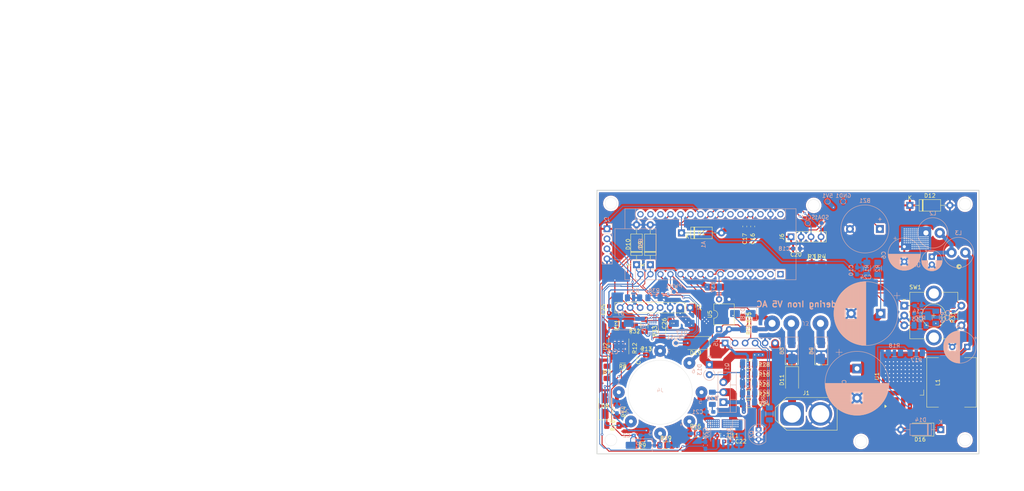
<source format=kicad_pcb>
(kicad_pcb (version 20241229) (generator "pcbnew") (generator_version "9.0")
  (layers (0 "F.Cu" signal) (2 "B.Cu" signal) (13 "F.Paste" user) (15 "B.Paste" user) (5 "F.SilkS" user "F.Silkscreen") (7 "B.SilkS" user "B.Silkscreen") (1 "F.Mask" user) (3 "B.Mask" user) (25 "Edge.Cuts" user))
  (net 0 "")
  (net 4 "GND")
  (net 5 "/PWM1")
  (net 6 "/ENCODER A")
  (net 7 "/temp_readback_2")
  (net 10 "/ENCODER S")
  (net 14 "/BUZZER")
  (net 15 "/LEAK_ERR")
  (net 16 "Net-(A1-D12)")
  (net 17 "/ENCODER B")
  (net 18 "/VIN_ADC")
  (net 20 "/PWM")
  (net 21 "/temp_readback")
  (net 24 "Net-(A1-D11)")
  (net 26 "/current_sense")
  (net 27 "+5V")
  (net 28 "/thermocouple_t12 +")
  (net 29 "Net-(D2-A)")
  (net 30 "/VIN")
  (net 31 "/5v_unfiltered")
  (net 32 "Net-(U2B-+)")
  (net 33 "Net-(D3-A)")
  (net 34 "Net-(D4-A)")
  (net 35 "Net-(D8-K)")
  (net 36 "Net-(D11-A)")
  (net 37 "/SDA")
  (net 38 "/SCL")
  (net 39 "/switch_sleep")
  (net 40 "/P+")
  (net 41 "Earth")
  (net 42 "/thermocouple_a1560 +")
  (net 43 "/switch_Boost")
  (net 44 "Net-(D13-A)")
  (net 45 "Net-(Q2-B)")
  (net 46 "Net-(U2A--)")
  (net 47 "Net-(U2B--)")
  (net 48 "Net-(U1-FB)")
  (net 49 "Net-(C5-Pad1)")
  (net 50 "Net-(J5-Pin_4)")
  (net 51 "Net-(D14-K)")
  (net 52 "Net-(C21-Pad1)")
  (net 53 "Net-(U3-FILTER)")
  (net 54 "Net-(D17-K)")
  (net 55 "/MOS_OUT")
  (net 56 "/VIN_USBC")
  (net 57 "/D-")
  (net 58 "/D+")
  (net 59 "/CC2")
  (net 60 "/CC1")
  (net 61 "Net-(U4-ISET)")
  (net 62 "Net-(U4-Vset)")
  (net 65 "Net-(D18-A)")
  (net 66 "Net-(D18-K)")
  (footprint "Connector_PinHeader_2.54mm:PinHeader_1x04_P2.54mm_Vertical" (layer "F.Cu") (at 220.2425 78 90)
    (property "Reference" "J6")
    (property "Value" "OLED")
  )
  (footprint "Package_SO:SOIC-8-1EP_3.9x4.9mm_P1.27mm_EP2.29x3mm_ThermalVias" (layer "F.Cu") (at 176.5 105.85 90)
    (property "Reference" "U2")
    (property "Value" "LM358")
  )
  (footprint "Resistor_SMD:R_1206_3216Metric_Pad1.30x1.75mm_HandSolder" (layer "F.Cu") (at 209.5 115.55 180)
    (property "Reference" "R26")
    (property "Value" "3.3k")
  )
  (footprint "Package_TO_SOT_SMD:TO-263-5_TabPin3" (layer "F.Cu") (at 248.725 113.425 90)
    (property "Reference" "U1")
    (property "Value" "LM2596S-ADJ")
  )
  (footprint "Resistor_SMD:R_1206_3216Metric_Pad1.30x1.75mm_HandSolder" (layer "F.Cu") (at 209.55 98.5)
    (property "Reference" "R35")
    (property "Value" "1M")
  )
  (footprint "Resistor_SMD:R_1206_3216Metric_Pad1.30x1.75mm_HandSolder" (layer "F.Cu") (at 209.45 118 180)
    (property "Reference" "R25")
    (property "Value" "3.3k")
  )
  (footprint "Rotary_Encoder:RotaryEncoder_Alps_EC11E-Switch_Vertical_H20mm_CircularMountingHoles" (layer "F.Cu") (at 249 95.5)
    (property "Reference" "SW1")
    (property "Value" "RotaryEncoder_Switch")
  )
  (footprint "Resistor_SMD:R_1206_3216Metric_Pad1.30x1.75mm_HandSolder" (layer "F.Cu") (at 177.5 111)
    (property "Reference" "R8")
    (property "Value" "1k")
  )
  (footprint "Diode_SMD:D_SMA" (layer "F.Cu") (at 220.5 114.5 -90)
    (property "Reference" "D11")
    (property "Value" "SS310")
  )
  (footprint "Resistor_SMD:R_1206_3216Metric_Pad1.30x1.75mm_HandSolder" (layer "F.Cu") (at 259.5 98.45 -90)
    (property "Reference" "R31")
    (property "Value" "5k")
  )
  (footprint "Resistor_SMD:R_1206_3216Metric_Pad1.30x1.75mm_HandSolder" (layer "F.Cu") (at 176.05 100.5 180)
    (property "Reference" "R11")
    (property "Value" "1k")
  )
  (footprint "Resistor_SMD:R_1206_3216Metric_Pad1.30x1.75mm_HandSolder" (layer "F.Cu") (at 175 125.95 180)
    (property "Reference" "R10")
    (property "Value" "470")
  )
  (footprint "Diode_THT:D_A-405_P10.16mm_Horizontal" (layer "F.Cu") (at 250.42 70)
    (property "Reference" "D12")
    (property "Value" "5V")
  )
  (footprint "Diode_SMD:D_SMA" (layer "F.Cu") (at 253 127 180)
    (property "Reference" "D16")
    (property "Value" "SS310")
  )
  (footprint "Resistor_SMD:R_1206_3216Metric_Pad1.30x1.75mm_HandSolder" (layer "F.Cu") (at 183.5 106.5 90)
    (property "Reference" "R13")
    (property "Value" "10k")
  )
  (footprint "Package_DIP:DIP-4_W7.62mm" (layer "F.Cu") (at 201.96 101.5 90)
    (property "Reference" "U5")
    (property "Value" "PC817")
  )
  (footprint "Resistor_SMD:R_1206_3216Metric_Pad1.30x1.75mm_HandSolder" (layer "F.Cu") (at 209.5 101.5)
    (property "Reference" "R36")
    (property "Value" "50K")
  )
  (footprint "Diode_SMD:D_SMA" (layer "F.Cu") (at 220.425856 107 90)
    (property "Reference" "D3")
    (property "Value" "SS310")
  )
  (footprint "Connector_PinHeader_2.54mm:PinHeader_1x08_P2.54mm_Vertical" (layer "F.Cu") (at 194.62 96 -90)
    (property "Reference" "J7")
    (property "Value" "USB C BREAKOUT BOARD")
  )
  (footprint "Resistor_SMD:R_1206_3216Metric_Pad1.30x1.75mm_HandSolder" (layer "F.Cu") (at 209.45 113 180)
    (property "Reference" "R16")
    (property "Value" "3.3k")
  )
  (footprint "Capacitor_SMD:C_0603_1608Metric_Pad1.08x0.95mm_HandSolder" (layer "F.Cu") (at 208.5 75.3625 -90)
    (property "Reference" "C17")
    (property "Value" "100nf")
  )
  (footprint "Diode_THT:D_A-405_P10.16mm_Horizontal" (layer "F.Cu") (at 184.5 85.08 90)
    (property "Reference" "D9")
    (property "Value" "5V")
  )
  (footprint "Capacitor_SMD:C_0603_1608Metric_Pad1.08x0.95mm_HandSolder" (layer "F.Cu") (at 181.5 106.5 -90)
    (property "Reference" "C7")
    (property "Value" "2nf")
  )
  (footprint "Capacitor_SMD:C_0603_1608Metric_Pad1.08x0.95mm_HandSolder" (layer "F.Cu") (at 210.5 75.3625 -90)
    (property "Reference" "C16")
    (property "Value" "100nf")
  )
  (footprint "Diode_SMD:D_SMA" (layer "F.Cu") (at 196 105 180)
    (property "Reference" "D19")
    (property "Value" "SS310")
  )
  (footprint "Capacitor_SMD:C_0603_1608Metric_Pad1.08x0.95mm_HandSolder" (layer "F.Cu") (at 204.1375 130 180)
    (property "Reference" "C22")
    (property "Value" "1nf")
  )
  (footprint "Resistor_SMD:R_1206_3216Metric_Pad1.30x1.75mm_HandSolder" (layer "F.Cu") (at 176 122.0875 -90)
    (property "Reference" "R14")
    (property "Value" "4.7k")
  )
  (footprint "Diode_SMD:D_SMA" (layer "F.Cu") (at 227.925856 107 90)
    (property "Reference" "D4")
    (property "Value" "SS310")
  )
  (footprint "Inductor_SMD:L_12x12mm_H6mm" (layer "F.Cu") (at 261 115 90)
    (property "Reference" "L1")
    (property "Value" "33uH")
  )
  (footprint "Resistor_SMD:R_1206_3216Metric_Pad1.30x1.75mm_HandSolder" (layer "F.Cu") (at 173.5 112.45 -90)
    (property "Reference" "R7")
    (property "Value" "220k")
  )
  (footprint "Connector_AMASS:AMASS_XT60-F_1x02_P7.20mm_Vertical" (layer "F.Cu") (at 220.5 123)
    (property "Reference" "J1")
    (property "Value" "DC INPUT")
  )
  (footprint "Resistor_SMD:R_1206_3216Metric_Pad1.30x1.75mm_HandSolder" (layer "F.Cu") (at 183 100.5 90)
    (property "Reference" "R32")
    (property "Value" "22.6K")
  )
  (footprint "Resistor_SMD:R_1206_3216Metric_Pad1.30x1.75mm_HandSolder" (layer "F.Cu") (at 180.5 102 90)
    (property "Reference" "R12")
    (property "Value" "1k")
  )
  (footprint "Resistor_SMD:R_1206_3216Metric_Pad1.30x1.75mm_HandSolder" (layer "F.Cu") (at 209.45 120.5 180)
    (property "Reference" "R24")
    (property "Value" "3.3k")
  )
  (footprint "Resistor_SMD:R_1206_3216Metric_Pad1.30x1.75mm_HandSolder" (layer "F.Cu") (at 228 83.05 -90)
    (property "Reference" "R4")
    (property "Value" "10k")
  )
  (footprint "Diode_THT:D_A-405_P10.16mm_Horizontal" (layer "F.Cu") (at 192.42 77)
    (property "Reference" "D1")
    (property "Value" "5V")
  )
  (footprint "Diode_THT:D_A-405_P10.16mm_Horizontal" (layer "F.Cu") (at 181 85.08 90)
    (property "Reference" "D10")
    (property "Value" "5V")
  )
  (footprint "Capacitor_SMD:C_0603_1608Metric_Pad1.08x0.95mm_HandSolder" (layer "F.Cu") (at 189.5 100 90)
    (property "Reference" "C26")
    (property "Value" "1uF")
  )
  (footprint "Capacitor_SMD:C_0603_1608Metric_Pad1.08x0.95mm_HandSolder" (layer "F.Cu") (at 174 96.5 90)
    (property "Reference" "C25")
    (property "Value" "100nf")
  )
  (footprint "Resistor_SMD:R_1206_3216Metric_Pad1.30x1.75mm_HandSolder" (layer "F.Cu") (at 182.45 131 180)
    (property "Reference" "R9")
    (property "Value" "10k")
  )
  (footprint "Capacitor_SMD:C_0603_1608Metric_Pad1.08x0.95mm_HandSolder" (layer "F.Cu") (at 202.3625 128.5 180)
    (property "Reference" "C11")
    (property "Value" "100nf")
  )
  (footprint "Diode_SMD:D_SMA" (layer "F.Cu") (at 173 121 90)
    (property "Reference" "D8")
    (property "Value" "SS310")
  )
  (footprint "Resistor_SMD:R_1206_3216Metric_Pad1.30x1.75mm_HandSolder" (layer "F.Cu") (at 225.5 83.05 -90)
    (property "Reference" "R3")
    (property "Value" "10k")
  )
  (footprint "Resistor_SMD:R_1206_3216Metric_Pad1.30x1.75mm_HandSolder" (layer "F.Cu") (at 187.5 102 90)
    (property "Reference" "R33")
    (property "Value" "10k")
  )
  (footprint "Resistor_SMD:R_1206_3216Metric_Pad1.30x1.75mm_HandSolder" (layer "F.Cu") (at 188.45 131)
    (property "Reference" "R19")
    (property "Value" "5M")
  )
  (footprint "Resistor_SMD:R_1206_3216Metric_Pad1.30x1.75mm_HandSolder" (layer "F.Cu") (at 196 128)
    (property "Reference" "R15")
    (property "Value" "4.7k")
  )
  (footprint "Resistor_SMD:R_1206_3216Metric_Pad1.30x1.75mm_HandSolder" (layer "F.Cu") (at 209.45 110.5 180)
    (property "Reference" "R28")
    (property "Value" "3.3k")
  )
  (footprint "Capacitor_SMD:C_0603_1608Metric_Pad1.08x0.95mm_HandSolder" (layer "F.Cu") (at 221.6375 81)
    (property "Reference" "C20")
    (property "Value" "100nf")
  )
  (footprint "Diode_SMD:D_SMA" (layer "B.Cu") (at 227.925856 107 -90)
    (property "Reference" "D6")
    (property "Value" "SS310")
  )
  (footprint "Capacitor_SMD:C_0603_1608Metric_Pad1.08x0.95mm_HandSolder" (layer "B.Cu") (at 252.5 95.5)
    (property "Reference" "C14")
    (property "Value" "100nf")
  )
  (footprint "Connector_PinHeader_2.54mm:PinHeader_1x04_P2.54mm_Vertical" (layer "B.Cu") (at 173.5 75.96 180)
    (property "Reference" "J2")
    (property "Value" "USB TO SERIAL")
  )
  (footprint "Diode_THT:D_A-405_P2.54mm_Vertical_KathodeUp" (layer "B.Cu") (at 199.5 110.5 -90)
    (property "Reference" "D13")
    (property "Value" "18V")
  )
  (footprint "Fuse:Fuse_1206_3216Metric_Pad1.42x1.75mm_HandSolder" (layer "B.Cu") (at 209.55 101.5 180)
    (property "Reference" "F1")
    (property "Value" "Fuse")
  )
  (footprint "Capacitor_SMD:C_0603_1608Metric_Pad1.08x0.95mm_HandSolder" (layer "B.Cu") (at 174.925 105.85)
    (property "Reference" "C15")
    (property "Value" "100nf")
  )
  (footprint "TestPoint:TestPoint_Pad_D1.0mm" (layer "B.Cu") (at 229.5 69 180)
    (property "Reference" "5V1")
    (property "Value" "TestPoint")
  )
  (footprint "Capacitor_SMD:C_0603_1608Metric_Pad1.08x0.95mm_HandSolder" (layer "B.Cu") (at 237 86.6625 90)
    (property "Reference" "C10")
    (property "Value" "100nf")
  )
  (footprint "Library:BY-G4" (layer "B.Cu") (at 220.325856 100)
    (property "Reference" "J3")
    (property "Value" "AC input")
  )
  (footprint "Capacitor_SMD:C_0603_1608Metric_Pad1.08x0.95mm_HandSolder" (layer "B.Cu") (at 195.8625 128 180)
    (property "Reference" "C9")
    (property "Value" "100nf")
  )
  (footprint "Resistor_SMD:R_1206_3216Metric_Pad1.30x1.75mm_HandSolder" (layer "B.Cu") (at 180.25 93.5 180)
    (property "Reference" "R34")
    (property "Value" "5.1K")
  )
  (footprint "Resistor_SMD:R_1206_3216Metric_Pad1.30x1.75mm_HandSolder" (layer "B.Cu") (at 209.5 112.5 180)
    (property "Reference" "R22")
    (property "Value" "1.5k")
  )
  (footprint "Buzzer_Beeper:Buzzer_12x9.5RM7.6" (layer "B.Cu") (at 242.8 76 180)
    (property "Reference" "BZ1")
    (property "Value" "Buzzer")
  )
  (footprint "Diode_SMD:D_SMA" (layer "B.Cu") (at 208 97.5 180)
    (property "Reference" "D18")
    (property "Value" "SS310")
  )
  (footprint "TestPoint:TestPoint_Pad_D1.0mm" (layer "B.Cu") (at 233.5 69 180)
    (property "Reference" "GND1")
    (property "Value" "TestPoint")
  )
  (footprint "Capacitor_THT:CP_Radial_D5.0mm_P2.00mm" (layer "B.Cu") (at 256 83.044888 -90)
    (property "Reference" "C5")
    (property "Value" "4.7uF")
  )
  (footprint "Resistor_SMD:R_1206_3216Metric_Pad1.30x1.75mm_HandSolder" (layer "B.Cu") (at 200.5 90.75 180)
    (property "Reference" "R37")
    (property "Value" "10K")
  )
  (footprint "Capacitor_THT:CP_Radial_D16.0mm_P7.50mm" (layer "B.Cu") (at 243 97.5 180)
    (property "Reference" "C24")
    (property "Value" "1000uF")
  )
  (footprint "Capacitor_SMD:C_0603_1608Metric_Pad1.08x0.95mm_HandSolder" (layer "B.Cu") (at 176 122 90)
    (property "Reference" "C8")
    (property "Value" "100nf")
  )
  (footprint "Capacitor_THT:CP_Radial_D16.0mm_P7.50mm" (layer "B.Cu") (at 237 111.487245 -90)
    (property "Reference" "C19")
    (property "Value" "1000uF")
  )
  (footprint "Resistor_SMD:R_1206_3216Metric_Pad1.30x1.75mm_HandSolder" (layer "B.Cu") (at 209.45 115 180)
    (property "Reference" "R23")
    (property "Value" "1.5k")
  )
  (footprint "Library:aviaion_connector" (layer "B.Cu") (at 187 117.5 180)
    (property "Reference" "J4")
    (property "Value" "output_connector")
    (fp_circle (center 0 0) (end 8.15 0) (stroke (width 0.05)) (fill no) (layer "Edge.Cuts"))
  )
  (footprint "TestPoint:TestPoint_Pad_D1.0mm" (layer "B.Cu") (at 228 74.5 180)
    (property "Reference" "SDA1")
    (property "Value" "TestPoint")
  )
  (footprint "Connector_PinHeader_2.54mm:PinHeader_1x06_P2.54mm_Vertical" (layer "B.Cu") (at 203.5 105 -90)
    (property "Reference" "J5")
    (property "Value" "mosfet_driver_future_backup")
  )
  (footprint "Resistor_SMD:R_1206_3216Metric_Pad1.30x1.75mm_HandSolder" (layer "B.Cu") (at 239.5 86.025 -90)
    (property "Reference" "R1")
    (property "Value" "10k")
  )
  (footprint "Package_TO_SOT_THT:TO-92_Inline" (layer "B.Cu") (at 212 126.96 -90)
    (property "Reference" "Q2")
    (property "Value" "BC547")
  )
  (footprint "Capacitor_SMD:C_0805_2012Metric_Pad1.18x1.45mm_HandSolder" (layer "B.Cu") (at 188.0375 131)
    (property "Reference" "C1")
    (property "Value" "0.47uf")
  )
  (footprint "Package_SO:SOIC-8_3.9x4.9mm_P1.27mm" (layer "B.Cu") (at 202.405 128.025 -90)
    (property "Reference" "U3")
    (property "Value" "ACS712xLCTR-05B")
  )
  (footprint "Package_DFN_QFN:DFN-10-1EP_3x3mm_P0.5mm_EP1.58x2.35mm" (layer "B.Cu") (at 184.91 101.105 -90)
    (property "Reference" "U4")
    (property "Value" "HUSB238")
  )
  (footprint "Capacitor_SMD:C_0603_1608Metric_Pad1.08x0.95mm_HandSolder" (layer "B.Cu") (at 198.5 131 -90)
    (property "Reference" "C23")
    (property "Value" "100nf")
  )
  (footprint "Resistor_SMD:R_1206_3216Metric_Pad1.30x1.75mm_HandSolder" (layer "B.Cu") (at 200.25 119.05 -90)
    (property "Reference" "R20")
    (property "Value" "100")
  )
  (footprint "Resistor_SMD:R_1206_3216Metric_Pad1.30x1.75mm_HandSolder" (layer "B.Cu") (at 214.75 123 -90)
    (property "Reference" "R6")
    (property "Value" "2k")
  )
  (footprint "Inductor_THT:L_Radial_D7.5mm_P3.50mm_Fastron_07P" (layer "B.Cu") (at 264.5 82 180)
    (property "Reference" "L3")
    (property "Value" "100uH")
  )
  (footprint "TestPoint:TestPoint_Pad_D1.0mm" (layer "B.Cu") (at 190.5 92 180)
    (property "Reference" "PWM1")
    (property "Value" "TestPoint")
  )
  (footprint "Resistor_SMD:R_1206_3216Metric_Pad1.30x1.75mm_HandSolder" (layer "B.Cu") (at 242.25 86.025 90)
    (property "Reference" "R2")
    (property "Value" "100k")
  )
  (footprint "Resistor_SMD:R_1206_3216Metric_Pad1.30x1.75mm_HandSolder" (layer "B.Cu") (at 209.5 110 180)
    (property "Reference" "R21")
    (property "Value" "1.5k")
  )
  (footprint "Capacitor_SMD:C_0603_1608Metric_Pad1.08x0.95mm_HandSolder" (layer "B.Cu") (at 221.6375 81)
    (property "Reference" "C18")
    (property "Value" "100nf")
  )
  (footprint "Capacitor_THT:CP_Radial_D8.0mm_P3.80mm" (layer "B.Cu") (at 265 106 180)
    (property "Reference" "C4")
    (property "Value" "220uf")
  )
  (footprint "Resistor_SMD:R_1206_3216Metric_Pad1.30x1.75mm_HandSolder" (layer "B.Cu") (at 252.05 107.5)
    (property "Reference" "R17")
    (property "Value" "3k")
  )
  (footprint "Resistor_SMD:R_1206_3216Metric_Pad1.30x1.75mm_HandSolder" (layer "B.Cu") (at 209.45 120 180)
    (property "Reference" "R5")
    (property "Value" "1.5k")
  )
  (footprint "Diode_SMD:D_SMA" (layer "B.Cu") (at 181.5 131 180)
    (property "Reference" "D2")
    (property "Value" "SS310")
  )
  (footprint "Diode_THT:D_A-405_P10.16mm_Horizontal" (layer "B.Cu") (at 258.25 127 180)
    (property "Reference" "D14")
    (property "Value" "1N5822")
  )
  (footprint "Resistor_SMD:R_1206_3216Metric_Pad1.30x1.75mm_HandSolder" (layer "B.Cu") (at 246.5 107.5 180)
    (property "Reference" "R18")
    (property "Value" "1k")
  )
  (footprint "Module:Arduino_Nano" (layer "B.Cu") (at 217.56 87.5 90)
    (property "Reference" "A1")
    (property "Value" "Arduino_Nano_v2.x")
  )
  (footprint "Capacitor_SMD:C_0603_1608Metric_Pad1.08x0.95mm_HandSolder" (layer "B.Cu") (at 261.5 98 -90)
    (property "Reference" "C12")
    (property "Value" "100nf")
  )
  (footprint "Resistor_SMD:R_1206_3216Metric_Pad1.30x1.75mm_HandSolder" (layer "B.Cu") (at 209.5 117.5 180)
    (property "Reference" "R27")
    (property "Value" "1.5k")
  )
  (footprint "Resistor_SMD:R_1206_3216Metric_Pad1.30x1.75mm_HandSolder" (layer "B.Cu") (at 257 98.45 90)
    (property "Reference" "R29")
    (property "Value" "5k")
  )
  (footprint "Capacitor_SMD:C_0603_1608Metric_Pad1.08x0.95mm_HandSolder" (layer "B.Cu") (at 199.6375 122.5 180)
    (property "Reference" "C21")
    (property "Value" "100nf")
  )
  (footprint "Diode_SMD:D_SMA" (layer "B.Cu") (at 207 128 -90)
    (property "Reference" "D15")
    (property "Value" "SS310")
  )
  (footprint "Package_TO_SOT_THT:TO-220-3_Vertical" (layer "B.Cu") (at 203.055 120.04 90)
    (property "Reference" "Q1")
    (property "Value" "IRF9540N")
  )
  (footprint "Capacitor_SMD:C_0603_1608Metric_Pad1.08x0.95mm_HandSolder" (layer "B.Cu") (at 252.3625 97.5)
    (property "Reference" "C13")
    (property "Value" "100nf")
  )
  (footprint "Resistor_SMD:R_1206_3216Metric_Pad1.30x1.75mm_HandSolder" (layer "B.Cu") (at 253 100.5 180)
    (property "Reference" "R30")
    (property "Value" "5k")
  )
  (footprint "Capacitor_THT:CP_Radial_D8.0mm_P3.80mm" (layer "B.Cu") (at 249 80.5 -90)
    (property "Reference" "C6")
    (property "Value" "220uf")
  )
  (footprint "Diode_SMD:D_SMA" (layer "B.Cu") (at 177 100 180)
    (property "Reference" "D7")
    (property "Value" "SS310")
  )
  (footprint "Inductor_THT:L_Radial_D7.5mm_P3.50mm_Fastron_07P" (layer "B.Cu") (at 258 77 180)
    (property "Reference" "L2")
    (property "Value" "100uH")
  )
  (footprint "TestPoint:TestPoint_Pad_D1.0mm" (layer "B.Cu") (at 224.5 74.5 180)
    (property "Reference" "SCL1")
    (property "Value" "TestPoint")
  )
  (footprint "Resistor_SMD:R_1206_3216Metric_Pad1.30x1.75mm_HandSolder" (layer "B.Cu") (at 185.45 93.5 180)
    (property "Reference" "R38")
    (property "Value" "5.1K")
  )
  (footprint "Diode_SMD:D_SMA" (layer "B.Cu") (at 220.425856 107 -90)
    (property "Reference" "D5")
    (property "Value" "SS310")
  )
  (footprint "TestPoint:TestPoint_Pad_D1.0mm" (layer "B.Cu") (at 191 105 180)
    (property "Reference" "VBUS1")
    (property "Value" "TestPoint")
  )
  (footprint "Capacitor_SMD:C_0603_1608Metric_Pad1.08x0.95mm_HandSolder" (layer "B.Cu") (at 181.1375 128.5)
    (property "Reference" "C2")
    (property "Value" "2nf")
  )
  (footprint "Diode_SMD:D_SMA" (layer "B.Cu") (at 192.5 100)
    (property "Reference" "D17")
    (property "Value" "SS310")
  )
  (gr_rect (start 199 124.5) (end 202 126.5) (stroke (width 0.2)) (fill yes) (layer "F.Cu") (net 40))
  (gr_rect (start 202.75 124.5) (end 207.75 126.5) (stroke (width 0.2)) (fill yes) (layer "F.Cu") (net 55))
  (gr_rect (start 203.25 92.5) (end 205.75 95.25) (stroke (width 0.2)) (fill yes) (layer "B.Cu") (net 4))
  (gr_rect (start 199 124.5) (end 202 126.5) (stroke (width 0.2)) (fill yes) (layer "B.Cu") (net 40))
  (gr_rect (start 248.25 75.5) (end 255.75 81.25) (stroke (width 0.2)) (fill yes) (layer "B.Cu") (net 27))
  (gr_rect (start 202.75 124.5) (end 207.75 126.5) (stroke (width 0.2)) (fill yes) (layer "B.Cu") (net 55))
  (gr_circle (center 174.491534 129.634066) (end 175.991534 129.634066) (stroke (width 0.05)) (fill no) (layer "Edge.Cuts"))
  (gr_rect (start 170.956 66.1696) (end 267.956 133.1696) (stroke (width 0.2)) (fill no) (layer "Edge.Cuts"))
  (gr_circle (center 264.420466 69.705134) (end 265.920466 69.705134) (stroke (width 0.05)) (fill no) (layer "Edge.Cuts"))
  (gr_circle (center 174.5 69.5) (end 176 69.5) (stroke (width 0.05)) (fill no) (layer "Edge.Cuts"))
  (gr_circle (center 238 130) (end 239.5 130) (stroke (width 0.05)) (fill no) (layer "Edge.Cuts"))
  (gr_circle (center 226 70) (end 227.5 70) (stroke (width 0.05)) (fill no) (layer "Edge.Cuts"))
  (gr_circle (center 264.420466 129.634066) (end 265.920466 129.634066) (stroke (width 0.05)) (fill no) (layer "Edge.Cuts"))
  (gr_text "©" (at 262.0772 86.0552 0) (layer "F.SilkS") (effects (font (size 0.8 0.8) (thickness 0.175) (bold yes)) (justify left bottom)))
  (gr_text "Soldering Iron V5 AC" (at 235.5 96 -0) (layer "B.SilkS") (effects (font (size 1.5 1.5) (thickness 0.3) (bold yes)) (justify left bottom mirror)))
  (segment (start 248.725 121.075) (end 248.725 111.925) (width 1) (layer "F.Cu") (net 4))
  (segment (start 175.88 92.5) (end 175.5 92.5) (width 0.254) (layer "F.Cu") (net 4))
  (segment (start 175.5 92.5) (end 175.5 89) (width 0.3048) (layer "F.Cu") (net 4))
  (segment (start 222.5 81) (end 222.5 78.2825) (width 0.254) (layer "F.Cu") (net 4))
  (segment (start 203.355 76.225) (end 202.58 77) (width 1) (layer "F.Cu") (net 4))
  (segment (start 251 127) (end 248.09 127) (width 1) (layer "F.Cu") (net 4))
  (segment (start 174 94) (end 175.5 92.5) (width 0.3048) (layer "F.Cu") (net 4))
  (segment (start 252.125 114.875) (end 252.25 114.75) (width 0.3048) (layer "F.Cu") (net 4))
  (segment (start 189.5 99.1375) (end 188.875 99.1375) (width 0.254) (layer "F.Cu") (net 4))
  (segment (start 179.3675 107.3625) (end 178.405 108.325) (width 0.3048) (layer "F.Cu") (net 4))
  (segment (start 198.75 99.25) (end 199.25 99.75) (width 2) (layer "F.Cu") (net 4))
  (segment (start 188.8125 99.1375) (end 189.5 99.1375) (width 0.2) (layer "F.Cu") (net 4))
  (segment (start 252.125 121.075) (end 252.125 114.875) (width 0.3048) (layer "F.Cu") (net 4))
  (segment (start 187.5 100.45) (end 188.8125 99.1375) (width 0.2) (layer "F.Cu") (net 4))
  (segment (start 179.05 111) (end 179.05 108.97) (width 0.3048) (layer "F.Cu") (net 4))
  (segment (start 181.5 107.3625) (end 179.3675 107.3625) (width 0.3048) (layer "F.Cu") (net 4))
  (segment (start 198.25 98.75) (end 198.75 99.25) (width 2) (layer "F.Cu") (net 4))
  (segment (start 174 95.6375) (end 174 94) (width 0.3048) (layer "F.Cu") (net 4))
  (segment (start 178.405 107.755) (end 176.5 105.85) (width 0.3048) (layer "F.Cu") (net 4))
  (segment (start 198.25 98.75) (end 195.5 96) (width 2) (layer "F.Cu") (net 4))
  (segment (start 183 99.195) (end 184.91 101.105) (width 0.254) (layer "F.Cu") (net 4))
  (segment (start 210.5 76.225) (end 203.355 76.225) (width 1) (layer "F.Cu") (net 4))
  (segment (start 188.7625 99.25) (end 183.3 99.25) (width 0.254) (layer "F.Cu") (net 4))
  (segment (start 222.5 78.2825) (end 222.7825 78) (width 0.254) (layer "F.Cu") (net 4))
  (segment (start 227.7 123) (end 227.7 121.3) (width 2) (layer "F.Cu") (net 4))
  (segment (start 182.33 98.95) (end 179.38 96) (width 0.254) (layer "F.Cu") (net 4))
  (segment (start 181.5 107.3625) (end 180.5 106.3625) (width 0.3048) (layer "F.Cu") (net 4))
  (segment (start 183 98.95) (end 183 99.195) (width 0.254) (layer "F.Cu") (net 4))
  (segment (start 189.54 96) (end 189.54 95.79) (width 0.2) (layer "F.Cu") (net 4))
  (segment (start 178.405 108.325) (end 178.405 107.755) (width 0.3048) (layer "F.Cu") (net 4))
  (segment (start 195.5 96) (end 194.62 96) (width 2) (layer "F.Cu") (net 4))
  (segment (start 183 98.95) (end 182.33 98.95) (width 0.254) (layer "F.Cu") (net 4))
  (segment (start 183.3 99.25) (end 183 98.95) (width 0.254) (layer "F.Cu") (net 4))
  (segment (start 179.38 96) (end 175.88 92.5) (width 0.254) (layer "F.Cu") (net 4))
  (segment (start 179.05 108.97) (end 178.405 108.325) (width 0.3048) (layer "F.Cu") (net 4))
  (segment (start 188.875 99.1375) (end 188.7625 99.25) (width 0.254) (layer "F.Cu") (net 4))
  (segment (start 180.5 106.3625) (end 180.5 103.55) (width 0.3048) (layer "F.Cu") (net 4))
  (via (at 244.25 113.75) (size 0.6) (drill 0.3) (layers "F.Cu" "B.Cu") (net 4))
  (via (at 251.25 113.75) (size 0.6) (drill 0.3) (layers "F.Cu" "B.Cu") (net 4))
  (via (at 247.25 112.75) (size 0.6) (drill 0.3) (layers "F.Cu" "B.Cu") (net 4))
  (via (at 246.25 113.75) (size 0.6) (drill 0.3) (layers "F.Cu" "B.Cu") (net 4))
  (via (at 248.25 109.75) (size 0.6) (drill 0.3) (layers "F.Cu" "B.Cu") (net 4))
  (via (at 250.25 113.75) (size 0.6) (drill 0.3) (layers "F.Cu" "B.Cu") (net 4))
  (via (at 252.25 109.75) (size 0.6) (drill 0.3) (layers "F.Cu" "B.Cu") (net 4))
  (via (at 244.25 114.75) (size 0.6) (drill 0.3) (layers "F.Cu" "B.Cu") (net 4))
  (via (at 245.25 112.75) (size 0.6) (drill 0.3) (layers "F.Cu" "B.Cu") (net 4))
  (via (at 249.25 114.75) (size 0.6) (drill 0.3) (layers "F.Cu" "B.Cu") (net 4))
  (via (at 252.25 110.75) (size 0.6) (drill 0.3) (layers "F.Cu" "B.Cu") (net 4))
  (via (at 252.25 111.75) (size 0.6) (drill 0.3) (layers "F.Cu" "B.Cu") (net 4))
  (via (at 247.25 113.75) (size 0.6) (drill 0.3) (layers "F.Cu" "B.Cu") (net 4))
  (via (at 245.25 113.75) (size 0.6) (drill 0.3) (layers "F.Cu" "B.Cu") (net 4))
  (via (at 198.75 100) (size 0.6) (drill 0.3) (layers "F.Cu" "B.Cu") (net 4))
  (via (at 249.25 110.75) (size 0.6) (drill 0.3) (layers "F.Cu" "B.Cu") (net 4))
  (via (at 245.25 110.75) (size 0.6) (drill 0.3) (layers "F.Cu" "B.Cu") (net 4))
  (via (at 246.25 112.75) (size 0.6) (drill 0.3) (layers "F.Cu" "B.Cu") (net 4))
  (via (at 198.25 99.5) (size 0.6) (drill 0.3) (layers "F.Cu" "B.Cu") (net 4))
  (via (at 250.25 114.75) (size 0.6) (drill 0.3) (layers "F.Cu" "B.Cu") (net 4))
  (via (at 253.25 111.75) (size 0.6) (drill 0.3) (layers "F.Cu" "B.Cu") (net 4))
  (via (at 244.25 111.75) (size 0.6) (drill 0.3) (layers "F.Cu" "B.Cu") (net 4))
  (via (at 247.25 109.75) (size 0.6) (drill 0.3) (layers "F.Cu" "B.Cu") (net 4))
  (via (at 253.25 110.75) (size 0.6) (drill 0.3) (layers "F.Cu" "B.Cu") (net 4))
  (via (at 251.25 111.75) (size 0.6) (drill 0.3) (layers "F.Cu" "B.Cu") (net 4))
  (via (at 252.25 113.75) (size 0.6) (drill 0.3) (layers "F.Cu" "B.Cu") (net 4))
  (via (at 250.25 110.75) (size 0.6) (drill 0.3) (layers "F.Cu" "B.Cu") (net 4))
  (via (at 248.25 113.75) (size 0.6) (drill 0.3) (layers "F.Cu" "B.Cu") (net 4))
  (via (at 246.25 110.75) (size 0.6) (drill 0.3) (layers "F.Cu" "B.Cu") (net 4))
  (via (at 198.75 99) (size 0.6) (drill 0.3) (layers "F.Cu" "B.Cu") (net 4))
  (via (at 251.25 109.75) (size 0.6) (drill 0.3) (layers "F.Cu" "B.Cu") (net 4))
  (via (at 248.25 111.75) (size 0.6) (drill 0.3) (layers "F.Cu" "B.Cu") (net 4))
  (via (at 247.25 111.75) (size 0.6) (drill 0.3) (layers "F.Cu" "B.Cu") (net 4))
  (via (at 184.91 101.105) (size 0.6) (drill 0.3) (layers "F.Cu" "B.Cu") (net 4))
  (via (at 197.75 99) (size 0.6) (drill 0.3) (layers "F.Cu" "B.Cu") (net 4))
  (via (at 244.25 112.75) (size 0.6) (drill 0.3) (layers "F.Cu" "B.Cu") (net 4))
  (via (at 249.25 111.75) (size 0.6) (drill 0.3) (layers "F.Cu" "B.Cu") (net 4))
  (via (at 249.25 112.75) (size 0.6) (drill 0.3) (layers "F.Cu" "B.Cu") (net 4))
  (via (at 250.25 109.75) (size 0.6) (drill 0.3) (layers "F.Cu" "B.Cu") (net 4))
  (via (at 199.25 99.5) (size 0.6) (drill 0.3) (layers "F.Cu" "B.Cu") (net 4))
  (via (at 251.25 112.75) (size 0.6) (drill 0.3) (layers "F.Cu" "B.Cu") (net 4))
  (via (at 175.5 89) (size 0.6) (drill 0.3) (layers "F.Cu" "B.Cu") (net 4))
  (via (at 249.25 113.75) (size 0.6) (drill 0.3) (layers "F.Cu" "B.Cu") (net 4))
  (via (at 249.25 109.75) (size 0.6) (drill 0.3) (layers "F.Cu" "B.Cu") (net 4))
  (via (at 245.25 109.75) (size 0.6) (drill 0.3) (layers "F.Cu" "B.Cu") (net 4))
  (via (at 248.25 112.75) (size 0.6) (drill 0.3) (layers "F.Cu" "B.Cu") (net 4))
  (via (at 253.25 109.75) (size 0.6) (drill 0.3) (layers "F.Cu" "B.Cu") (net 4))
  (via (at 246.25 111.75) (size 0.6) (drill 0.3) (layers "F.Cu" "B.Cu") (net 4))
  (via (at 251.25 114.75) (size 0.6) (drill 0.3) (layers "F.Cu" "B.Cu") (net 4))
  (via (at 250.25 112.75) (size 0.6) (drill 0.3) (layers "F.Cu" "B.Cu") (net 4))
  (via (at 248.25 114.75) (size 0.6) (drill 0.3) (layers "F.Cu" "B.Cu") (net 4))
  (via (at 253.25 114.75) (size 0.6) (drill 0.3) (layers "F.Cu" "B.Cu") (net 4))
  (via (at 198.25 98.5) (size 0.6) (drill 0.3) (layers "F.Cu" "B.Cu") (net 4))
  (via (at 205.25 130.25) (size 0.6) (drill 0.3) (layers "F.Cu" "B.Cu") (net 4))
  (via (at 252.25 112.75) (size 0.6) (drill 0.3) (layers "F.Cu" "B.Cu") (net 4))
  (via (at 253.25 112.75) (size 0.6) (drill 0.3) (layers "F.Cu" "B.Cu") (net 4))
  (via (at 245.25 111.75) (size 0.6) (drill 0.3) (layers "F.Cu" "B.Cu") (net 4))
  (via (at 247.25 114.75) (size 0.6) (drill 0.3) (layers "F.Cu" "B.Cu") (net 4))
  (via (at 250.25 111.75) (size 0.6) (drill 0.3) (layers "F.Cu" "B.Cu") (net 4))
  (via (at 253.25 113.75) (size 0.6) (drill 0.3) (layers "F.Cu" "B.Cu") (net 4))
  (via (at 246.25 109.75) (size 0.6) (drill 0.3) (layers "F.Cu" "B.Cu") (net 4))
  (via (at 245.25 114.75) (size 0.6) (drill 0.3) (layers "F.Cu" "B.Cu") (net 4))
  (via (at 248.25 110.75) (size 0.6) (drill 0.3) (layers "F.Cu" "B.Cu") (net 4))
  (via (at 247.25 110.75) (size 0.6) (drill 0.3) (layers "F.Cu" "B.Cu") (net 4))
  (via (at 244.25 110.75) (size 0.6) (drill 0.3) (layers "F.Cu" "B.Cu") (net 4))
  (via (at 252.25 114.75) (size 0.6) (drill 0.3) (layers "F.Cu" "B.Cu") (net 4))
  (via (at 203.225 128.5) (size 0.6) (drill 0.3) (layers "F.Cu" "B.Cu") (net 4))
  (via (at 251.25 110.75) (size 0.6) (drill 0.3) (layers "F.Cu" "B.Cu") (net 4))
  (via (at 246.25 114.75) (size 0.6) (drill 0.3) (layers "F.Cu" "B.Cu") (net 4))
  (via (at 244.25 109.75) (size 0.6) (drill 0.3) (layers "F.Cu" "B.Cu") (net 4))
  (segment (start 187.04 93.5) (end 187 93.5) (width 0.2) (layer "B.Cu") (net 4))
  (segment (start 181.8 93.5) (end 181.8 93.58) (width 0.2) (layer "B.Cu") (net 4))
  (segment (start 189.54 96) (end 187.04 93.5) (width 0.2) (layer "B.Cu") (net 4))
  (segment (start 187 94) (end 187.25 94) (width 0.2) (layer "B.Cu") (net 4))
  (segment (start 175.5 85.58) (end 173.5 83.58) (width 0.3048) (layer "B.Cu") (net 4))
  (segment (start 220.425856 109) (end 227.925856 109) (width 2) (layer "B.Cu") (net 4))
  (segment (start 175.5 89) (end 175.5 85.58) (width 0.3048) (layer "B.Cu") (net 4))
  (segment (start 181.8 93.58) (end 179.38 96) (width 0.2) (layer "B.Cu") (net 4))
  (segment (start 200.578 99.199924) (end 200.578 100.300076) (width 0.254) (layer "F.Cu") (net 5))
  (segment (start 198.75 95.75) (end 201 98) (width 0.254) (layer "F.Cu") (net 5))
  (segment (start 200.25 100.628076) (end 200.25 103.5) (width 0.254) (layer "F.Cu") (net 5))
  (segment (start 201 98.746553) (end 200.562314 99.184239) (width 0.254) (layer "F.Cu") (net 5))
  (segment (start 187.08 87.5) (end 187.08 88.08) (width 0.254) (layer "F.Cu") (net 5))
  (segment (start 191.25 92.25) (end 195 92.25) (width 0.254) (layer "F.Cu") (net 5))
  (segment (start 198.5 95.75) (end 198.75 95.75) (width 0.254) (layer "F.Cu") (net 5))
  (segment (start 200.25 103.5) (end 204.54 103.5) (width 0.254) (layer "F.Cu") (net 5))
  (segment (start 195 92.25) (end 198.5 95.75) (width 0.254) (layer "F.Cu") (net 5))
  (segment (start 200.578 100.300076) (end 200.25 100.628076) (width 0.254) (layer "F.Cu") (net 5))
  (segment (start 200.562314 99.184239) (end 200.578 99.199924) (width 0.254) (layer "F.Cu") (net 5))
  (segment (start 187.08 88.08) (end 191.25 92.25) (width 0.254) (layer "F.Cu") (net 5))
  (segment (start 201 98) (end 201 98.746553) (width 0.254) (layer "F.Cu") (net 5))
  (segment (start 204.54 103.5) (end 206.04 105) (width 0.254) (layer "F.Cu") (net 5))
  (segment (start 245.75 92.25) (end 198.5 92.25) (width 0.254) (layer "F.Cu") (net 6))
  (segment (start 249 95.5) (end 245.75 92.25) (width 0.254) (layer "F.Cu") (net 6))
  (segment (start 194.7 88.45) (end 194.7 87.5) (width 0.254) (layer "F.Cu") (net 6))
  (segment (start 198.5 92.25) (end 194.7 88.45) (width 0.254) (layer "F.Cu") (net 6))
  (segment (start 251.6375 95.5) (end 252.4405 96.303) (width 0.254) (layer "B.Cu") (net 6))
  (segment (start 256.403 96.303) (end 257 96.9) (width 0.254) (layer "B.Cu") (net 6))
  (segment (start 252.4405 96.303) (end 256.403 96.303) (width 0.254) (layer "B.Cu") (net 6))
  (segment (start 251.6375 95.5) (end 249 95.5) (width 0.254) (layer "B.Cu") (net 6))
  (segment (start 174.5 100.5) (end 175.865 101.865) (width 0.3048) (layer "F.Cu") (net 7))
  (segment (start 192.46 74.5) (end 188.361873 74.5) (width 0.254) (layer "F.Cu") (net 7))
  (segment (start 172.25 98.25) (end 174.5 100.5) (width 0.254) (layer "F.Cu") (net 7))
  (segment (start 172.25 90.611873) (end 172.25 98.25) (width 0.254) (layer "F.Cu") (net 7))
  (segment (start 175.865 101.865) (end 175.865 103.375) (width 0.3048) (layer "F.Cu") (net 7))
  (segment (start 188.361873 74.5) (end 172.25 90.611873) (width 0.254) (layer "F.Cu") (net 7))
  (segment (start 194.7 72.26) (end 192.46 74.5) (width 0.254) (layer "F.Cu") (net 7))
  (segment (start 199.037 89.297) (end 197.24 87.5) (width 0.254) (layer "F.Cu") (net 10))
  (segment (start 257.297 89.297) (end 199.037 89.297) (width 0.254) (layer "F.Cu") (net 10))
  (segment (start 259.5 96.9) (end 262.1 96.9) (width 0.254) (layer "F.Cu") (net 10))
  (segment (start 262.1 96.9) (end 263.5 95.5) (width 0.254) (layer "F.Cu") (net 10))
  (segment (start 263.5 95.5) (end 257.297 89.297) (width 0.254) (layer "F.Cu") (net 10))
  (segment (start 261.5 97.1375) (end 261.8625 97.1375) (width 0.254) (layer "B.Cu") (net 10))
  (segment (start 261.8625 97.1375) (end 263.5 95.5) (width 0.254) (layer "B.Cu") (net 10))
  (segment (start 203.207616 86.792384) (end 202.787233 86.372) (width 0.254) (layer "F.Cu") (net 14))
  (segment (start 242.8 76) (end 239.3 72.5) (width 0.254) (layer "F.Cu") (net 14))
  (segment (start 226.75 76.25) (end 213.75 76.25) (width 0.254) (layer "F.Cu") (net 14))
  (segment (start 230.5 72.5) (end 226.75 76.25) (width 0.254) (layer "F.Cu") (net 14))
  (segment (start 239.3 72.5) (end 230.5 72.5) (width 0.254) (layer "F.Cu") (net 14))
  (segment (start 213.75 76.25) (end 203.207616 86.792384) (width 0.254) (layer "F.Cu") (net 14))
  (segment (start 202.787233 86.372) (end 201.852767 86.372) (width 0.254) (layer "F.Cu") (net 14))
  (segment (start 201.192 87.032767) (end 201.192 87.5) (width 0.254) (layer "F.Cu") (net 14))
  (segment (start 201.192 87.5) (end 199.78 87.5) (width 0.254) (layer "F.Cu") (net 14))
  (segment (start 201.852767 86.372) (end 201.192 87.032767) (width 0.254) (layer "F.Cu") (net 14))
  (segment (start 201.96 93.88) (end 201.96 87.86) (width 0.254) (layer "B.Cu") (net 15))
  (segment (start 201.96 87.86) (end 202.32 87.5) (width 0.254) (layer "B.Cu") (net 15))
  (segment (start 172.25 128.25) (end 172.25 130.75) (width 0.254) (layer "F.Cu") (net 16))
  (segment (start 172.25 130.75) (end 174 132.5) (width 0.254) (layer "F.Cu") (net 16))
  (segment (start 174 132.5) (end 191.5 132.5) (width 0.254) (layer "F.Cu") (net 16))
  (segment (start 191.5 132.5) (end 192.75 131.25) (width 0.254) (layer "F.Cu") (net 16))
  (segment (start 197.55 128) (end 196.725 128) (width 0.254) (layer "F.Cu") (net 16))
  (via (at 172.25 128.25) (size 0.6) (drill 0.3) (layers "F.Cu" "B.Cu") (net 16))
  (via (at 196.725 128) (size 0.6) (drill 0.3) (layers "F.Cu" "B.Cu") (net 16))
  (via (at 192.75 131.25) (size 0.6) (drill 0.3) (layers "F.Cu" "B.Cu") (net 16))
  (segment (start 172.25 128.25) (end 172.25 91.65719) (width 0.254) (layer "B.Cu") (net 16))
  (segment (start 193.475 131.25) (end 192.75 131.25) (width 0.254) (layer "B.Cu") (net 16))
  (segment (start 180.260127 90.128) (end 180.343127 90.045) (width 0.254) (layer "B.Cu") (net 16))
  (segment (start 181 85.08) (end 181 86.5) (width 0.254) (layer "B.Cu") (net 16))
  (segment (start 196.725 128) (end 193.475 131.25) (width 0.254) (layer "B.Cu") (net 16))
  (segment (start 182 88.5) (end 182 87.5) (width 0.254) (layer "B.Cu") (net 16))
  (segment (start 180.455 90.045) (end 182 88.5) (width 0.254) (layer "B.Cu") (net 16))
  (segment (start 172.25 91.65719) (end 173.86219 90.045) (width 0.254) (layer "B.Cu") (net 16))
  (segment (start 179.739873 90.128) (end 180.260127 90.128) (width 0.254) (layer "B.Cu") (net 16))
  (segment (start 179.656873 90.045) (end 179.739873 90.128) (width 0.254) (layer "B.Cu") (net 16))
  (segment (start 181 86.5) (end 182 87.5) (width 0.254) (layer "B.Cu") (net 16))
  (segment (start 180.343127 90.045) (end 180.455 90.045) (width 0.254) (layer "B.Cu") (net 16))
  (segment (start 173.86219 90.045) (end 179.656873 90.045) (width 0.254) (layer "B.Cu") (net 16))
  (segment (start 242.106 92.75) (end 244.928 95.572) (width 0.254) (layer "F.Cu") (net 17))
  (segment (start 244.928 96.428) (end 249 100.5) (width 0.254) (layer "F.Cu") (net 17))
  (segment (start 244.928 95.572) (end 244.928 96.428) (width 0.254) (layer "F.Cu") (net 17))
  (segment (start 192.16 87.5) (end 197.41 92.75) (width 0.254) (layer "F.Cu") (net 17))
  (segment (start 197.41 92.75) (end 242.106 92.75) (width 0.254) (layer "F.Cu") (net 17))
  (segment (start 251.5 97.5) (end 251.5 97.75) (width 0.254) (layer "B.Cu") (net 17))
  (segment (start 251.45 97.8) (end 251.45 100.5) (width 0.254) (layer "B.Cu") (net 17))
  (segment (start 251.45 100.5) (end 249 100.5) (width 0.254) (layer "B.Cu") (net 17))
  (segment (start 251.5 97.75) (end 251.45 97.8) (width 0.254) (layer "B.Cu") (net 17))
  (segment (start 239.75 86.975) (end 242.25 84.475) (width 0.3048) (layer "B.Cu") (net 18))
  (segment (start 192.42 72.52) (end 192.16 72.26) (width 0.254) (layer "B.Cu") (net 18))
  (segment (start 239.5 87.575) (end 237.05 87.575) (width 0.254) (layer "B.Cu") (net 18))
  (segment (start 192.42 77) (end 200 77) (width 0.254) (layer "B.Cu") (net 18))
  (segment (start 239.75 87.575) (end 239.75 86.975) (width 0.3048) (layer "B.Cu") (net 18))
  (segment (start 212.75 79) (end 218 84.25) (width 0.254) (layer "B.Cu") (net 18))
  (segment (start 218 84.25) (end 233.725 84.25) (width 0.254) (layer "B.Cu") (net 18))
  (segment (start 233.725 84.25) (end 237 87.525) (width 0.254) (layer "B.Cu") (net 18))
  (segment (start 192.42 77) (end 192.42 72.52) (width 0.254) (layer "B.Cu") (net 18))
  (segment (start 202 79) (end 212.75 79) (width 0.254) (layer "B.Cu") (net 18))
  (segment (start 237.05 87.575) (end 237 87.525) (width 0.254) (layer "B.Cu") (net 18))
  (segment (start 200 77) (end 202 79) (width 0.254) (layer "B.Cu") (net 18))
  (segment (start 200.016532 96) (end 209 96) (width 0.254) (layer "F.Cu") (net 20))
  (segment (start 210 103.58) (end 208.58 105) (width 0.254) (layer "F.Cu") (net 20))
  (segment (start 210 97) (end 210 103.58) (width 0.254) (layer "F.Cu") (net 20))
  (segment (start 189.62 87.5) (end 193.915 91.795) (width 0.254) (layer "F.Cu") (net 20))
  (segment (start 193.915 91.795) (end 195.811532 91.795) (width 0.254) (layer "F.Cu") (net 20))
  (segment (start 209 96) (end 210 97) (width 0.254) (layer "F.Cu") (net 20))
  (segment (start 195.811532 91.795) (end 200.016532 96) (width 0.254) (layer "F.Cu") (net 20))
  (segment (start 190.5 92) (end 189.62 91.12) (width 0.254) (layer "B.Cu") (net 20))
  (segment (start 214.75 106.964056) (end 214.75 121.45) (width 0.254) (layer "B.Cu") (net 20))
  (segment (start 213.963944 106.178) (end 214.75 106.964056) (width 0.254) (layer "B.Cu") (net 20))
  (segment (start 209.758 103.822) (end 211.607944 103.822) (width 0.254) (layer "B.Cu") (net 20))
  (segment (start 212.482 105.487944) (end 213.172056 106.178) (width 0.254) (layer "B.Cu") (net 20))
  (segment (start 211.607944 103.822) (end 212.482 104.696056) (width 0.254) (layer "B.Cu") (net 20))
  (segment (start 213.172056 106.178) (end 213.963944 106.178) (width 0.254) (layer "B.Cu") (net 20))
  (segment (start 208.58 105) (end 209.758 103.822) (width 0.254) (layer "B.Cu") (net 20))
  (segment (start 212.482 104.696056) (end 212.482 105.487944) (width 0.254) (layer "B.Cu") (net 20))
  (segment (start 189.62 91.12) (end 189.62 87.5) (width 0.254) (layer "B.Cu") (net 20))
  (segment (start 171.75 90.13) (end 171.75 108) (width 0.254) (layer "F.Cu") (net 21))
  (segment (start 174.595 109.805) (end 173.5 110.9) (width 0.3048) (layer "F.Cu") (net 21))
  (segment (start 171.75 108) (end 172.075 108.325) (width 0.254) (layer "F.Cu") (net 21))
  (segment (start 189.62 72.26) (end 171.75 90.13) (width 0.254) (layer "F.Cu") (net 21))
  (segment (start 172.075 108.325) (end 174.595 108.325) (width 0.254) (layer "F.Cu") (net 21))
  (segment (start 174.595 108.325) (end 174.595 109.805) (width 0.3048) (layer "F.Cu") (net 21))
  (segment (start 184.5 85.08) (end 184.5 87.46) (width 0.254) (layer "B.Cu") (net 24))
  (segment (start 175.8625 122.8625) (end 176 122.8625) (width 0.254) (layer "B.Cu") (net 24))
  (segment (start 172.75 91.800658) (end 172.75 106.361873) (width 0.254) (layer "B.Cu") (net 24))
  (segment (start 177 90.5) (end 177.083 90.583) (width 0.254) (layer "B.Cu") (net 24))
  (segment (start 174.255 107.866873) (end 174.255 121.245) (width 0.254) (layer "B.Cu") (net 24))
  (segment (start 174.25 121.25) (end 175.8625 122.8625) (width 0.254) (layer "B.Cu") (net 24))
  (segment (start 184.5 87.46) (end 184.54 87.5) (width 0.254) (layer "B.Cu") (net 24))
  (segment (start 174.050658 90.5) (end 172.75 91.800658) (width 0.254) (layer "B.Cu") (net 24))
  (segment (start 181.457 90.583) (end 184.54 87.5) (width 0.254) (layer "B.Cu") (net 24))
  (segment (start 177.25 90.5) (end 177 90.5) (width 0.254) (layer "B.Cu") (net 24))
  (segment (start 174.255 121.245) (end 174.25 121.25) (width 0.254) (layer "B.Cu") (net 24))
  (segment (start 177 90.5) (end 174.050658 90.5) (width 0.254) (layer "B.Cu") (net 24))
  (segment (start 172.75 106.361873) (end 174.255 107.866873) (width 0.254) (layer "B.Cu") (net 24))
  (segment (start 177.083 90.583) (end 181.457 90.583) (width 0.254) (layer "B.Cu") (net 24))
  (segment (start 197.724 131.224) (end 194.106284 131.224) (width 0.2) (layer "B.Cu") (net 26))
  (segment (start 198.5 132) (end 197.724 131.224) (width 0.2) (layer "B.Cu") (net 26))
  (segment (start 173.408 73.75) (end 174 73.75) (width 0.2) (layer "B.Cu") (net 26))
  (segment (start 193.129284 132.201) (end 174.451 132.201) (width 0.2) (layer "B.Cu") (net 26))
  (segment (start 201.77 131.474999) (end 201.244999 132) (width 0.2) (layer "B.Cu") (net 26))
  (segment (start 201.77 130.5) (end 201.77 131.474999) (width 0.2) (layer "B.Cu") (net 26))
  (segment (start 174 73.75) (end 177.5 70.25) (width 0.2) (layer "B.Cu") (net 26))
  (segment (start 174 131.75) (end 172.75 131.75) (width 0.2) (layer "B.Cu") (net 26))
  (segment (start 201.244999 132) (end 198.5 132) (width 0.2) (layer "B.Cu") (net 26))
  (segment (start 171.649 75.509) (end 173.408 73.75) (width 0.2) (layer "B.Cu") (net 26))
  (segment (start 195.23 70.25) (end 197.24 72.26) (width 0.2) (layer "B.Cu") (net 26))
  (segment (start 174.451 132.201) (end 174 131.75) (width 0.2) (layer "B.Cu") (net 26))
  (segment (start 171.649 130.649) (end 171.649 75.509) (width 0.2) (layer "B.Cu") (net 26))
  (segment (start 194.106284 131.224) (end 193.129284 132.201) (width 0.2) (layer "B.Cu") (net 26))
  (segment (start 172.75 131.75) (end 171.649 130.649) (width 0.2) (layer "B.Cu") (net 26))
  (segment (start 177.5 70.25) (end 195.23 70.25) (width 0.2) (layer "B.Cu") (net 26))
  (segment (start 259.5 130.75) (end 264 126.25) (width 0.635) (layer "F.Cu") (net 27))
  (segment (start 173.5 103.25) (end 174.47 103.25) (width 0.3048) (layer "F.Cu") (net 27))
  (segment (start 267 92.25) (end 258.25 83.5) (width 0.635) (layer "F.Cu") (net 27))
  (segment (start 209.25 110.25) (end 209.25 116) (width 0.635) (layer "F.Cu") (net 27))
  (segment (start 267 123.5) (end 267 92.25) (width 0.635) (layer "F.Cu") (net 27))
  (segment (start 209.25 116) (end 209.5 116.25) (width 0.635) (layer "F.Cu") (net 27))
  (segment (start 173.75 104.75) (end 174.0625 105.0625) (width 0.3048) (layer "F.Cu") (net 27))
  (segment (start 174.595 103.375) (end 173.75 104.22) (width 0.3048) (layer "F.Cu") (net 27))
  (segment (start 264 126.25) (end 264.25 126.25) (width 0.635) (layer "F.Cu") (net 27))
  (segment (start 264.25 126.25) (end 267 123.5) (width 0.635) (layer "F.Cu") (net 27))
  (segment (start 246 130.75) (end 259.5 130.75) (width 0.635) (layer "F.Cu") (net 27))
  (segment (start 175.65 99.0125) (end 175.65 100.092628) (width 0.3048) (layer "F.Cu") (net 27))
  (segment (start 174 97.3625) (end 175.65 99.0125) (width 0.3048) (layer "F.Cu") (net 27))
  (segment (start 208.5 73.7) (end 209.94 72.26) (width 0.254) (layer "F.Cu") (net 27))
  (segment (start 210.5 74.5) (end 210.5 72.82) (width 0.254) (layer "F.Cu") (net 27))
  (segment (start 209.5 130.75) (end 210.5 131.75) (width 0.635) (layer "F.Cu") (net 27))
  (segment (start 210.5 72.82) (end 209.94 72.26) (width 0.254) (layer "F.Cu") (net 27))
  (segment (start 234.5 126.25) (end 241.5 126.25) (width 0.635) (layer "F.Cu") (net 27))
  (segment (start 241.5 126.25) (end 246 130.75) (width 0.635) (layer "F.Cu") (net 27))
  (segment (start 258.25 80) (end 254.5 80) (width 0.635) (layer "F.Cu") (net 27))
  (segment (start 174.0625 106.4375) (end 173 107.5) (width 0.3048) (layer "F.Cu") (net 27))
  (segment (start 209.5 116.25) (end 209.5 130.75) (width 0.635) (layer "F.Cu") (net 27))
  (segment (start 258.25 83.5) (end 258.25 80) (width 0.635) (layer "F.Cu") (net 27))
  (segment (start 174.0625 105.0625) (end 174.0625 105.85) (width 0.3048) (layer "F.Cu") (net 27))
  (segment (start 210.5 131.75) (end 229 131.75) (width 0.635) (layer "F.Cu") (net 27))
  (segment (start 174.0625 105.85) (end 174.0625 106.4375) (width 0.3048) (layer "F.Cu") (net 27))
  (segment (start 173.75 104.22) (end 173.75 104.75) (width 0.3048) (layer "F.Cu") (net 27))
  (segment (start 174.47 103.25) (end 174.595 103.375) (width 0.3048) (layer "F.Cu") (net 27))
  (segment (start 208.5 74.5) (end 208.5 73.7) (width 0.254) (layer "F.Cu") (net 27))
  (segment (start 229 131.75) (end 234.5 126.25) (width 0.635) (layer "F.Cu") (net 27))
  (via (at 253 78) (size 0.6) (drill 0.3) (layers "F.Cu" "B.Cu") (net 27))
  (via (at 250.5 79.5) (size 0.6) (drill 0.3) (layers "F.Cu" "B.Cu") (net 27))
  (via (at 251.5 80.5) (size 0.6) (drill 0.3) (layers "F.Cu" "B.Cu") (net 27))
  (via (at 251.5 78.5) (size 0.6) (drill 0.3) (layers "F.Cu" "B.Cu") (net 27))
  (via (at 201.5 128.5) (size 0.6) (drill 0.3) (layers "F.Cu" "B.Cu") (net 27))
  (via (at 254.5 79.5) (size 0.6) (drill 0.3) (layers "F.Cu" "B.Cu") (net 27))
  (via (at 254.5 81) (size 0.6) (drill 0.3) (layers "F.Cu" "B.Cu") (net 27))
  (via (at 254.5 79) (size 0.6) (drill 0.3) (layers "F.Cu" "B.Cu") (net 27))
  (via (at 250 78) (size 0.6) (drill 0.3) (layers "F.Cu" "B.Cu") (net 27))
  (via (at 250 79.5) (size 0.6) (drill 0.3) (layers "F.Cu" "B.Cu") (net 27))
  (via (at 252.5 80) (size 0.6) (drill 0.3) (layers "F.Cu" "B.Cu") (net 27))
  (via (at 252 79) (size 0.6) (drill 0.3) (layers "F.Cu" "B.Cu") (net 27))
  (via (at 250 78.5) (size 0.6) (drill 0.3) (layers "F.Cu" "B.Cu") (net 27))
  (via (at 175.65 100.092628) (size 0.6) (drill 0.3) (layers "F.Cu" "B.Cu") (net 27))
  (via (at 254.5 80) (size 0.6) (drill 0.3) (layers "F.Cu" "B.Cu") (net 27))
  (via (at 255 79) (size 0.6) (drill 0.3) (layers "F.Cu" "B.Cu") (net 27))
  (via (at 209.25 111.25) (size 0.6) (drill 0.3) (layers "F.Cu" "B.Cu") (net 27))
  (via (at 251.5 79) (size 0.6) (drill 0.3) (layers "F.Cu" "B.Cu") (net 27))
  (via (at 252 80.5) (size 0.6) (drill 0.3) (layers "F.Cu" "B.Cu") (net 27))
  (via (at 209.25 112.25) (size 0.6) (drill 0.3) (layers "F.Cu" "B.Cu") (net 27))
  (via (at 253 79.5) (size 0.6) (drill 0.3) (layers "F.Cu" "B.Cu") (net 27))
  (via (at 249 79) (size 0.6) (drill 0.3) (layers "F.Cu" "B.Cu") (net 27))
  (via (at 209.25 115) (size 0.6) (drill 0.3) (layers "F.Cu" "B.Cu") (net 27))
  (via (at 252 78.5) (size 0.6) (drill 0.3) (layers "F.Cu" "B.Cu") (net 27))
  (via (at 250.5 76) (size 0.6) (drill 0.3) (layers "F.Cu" "B.Cu") (net 27))
  (via (at 251 76.5) (size 0.6) (drill 0.3) (layers "F.Cu" "B.Cu") (net 27))
  (via (at 254.55 100.5) (size 0.6) (drill 0.3) (layers "F.Cu" "B.Cu") (net 27))
  (via (at 249 76) (size 0.6) (drill 0.3) (layers "F.Cu" "B.Cu") (net 27))
  (via (at 252.5 77) (size 0.6) (drill 0.3) (layers "F.Cu" "B.Cu") (net 27))
  (via (at 209.25 110.25) (size 0.6) (drill 0.3) (layers "F.Cu" "B.Cu") (net 27))
  (via (at 252 79.5) (size 0.6) (drill 0.3) (layers "F.Cu" "B.Cu") (net 27))
  (via (at 255 79.5) (size 0.6) (drill 0.3) (layers "F.Cu" "B.Cu") (net 27))
  (via (at 250 76.5) (size 0.6) (drill 0.3) (layers "F.Cu" "B.Cu") (net 27))
  (via (at 250.5 78) (size 0.6) (drill 0.3) (layers "F.Cu" "B.Cu") (net 27))
  (via (at 254 80.5) (size 0.6) (drill 0.3) (layers "F.Cu" "B.Cu") (net 27))
  (via (at 251 77) (size 0.6) (drill 0.3) (layers "F.Cu" "B.Cu") (net 27))
  (via (at 254 78.5) (size 0.6) (drill 0.3) (layers "F.Cu" "B.Cu") (net 27))
  (via (at 252 77) (size 0.6) (drill 0.3) (layers "F.Cu" "B.Cu") (net 27))
  (via (at 254 79) (size 0.6) (drill 0.3) (layers "F.Cu" "B.Cu") (net 27))
  (via (at 252.5 76) (size 0.6) (drill 0.3) (layers "F.Cu" "B.Cu") (net 27))
  (via (at 249.5 78) (size 0.6) (drill 0.3) (layers "F.Cu" "B.Cu") (net 27))
  (via (at 251 77.5) (size 0.6) (drill 0.3) (layers "F.Cu" "B.Cu") (net 27))
  (via (at 253.5 79.5) (size 0.6) (drill 0.3) (layers "F.Cu" "B.Cu") (net 27))
  (via (at 253 81) (size 0.6) (drill 0.3) (layers "F.Cu" "B.Cu") (net 27))
  (via (at 252.5 78.5) (size 0.6) (drill 0.3) (layers "F.Cu" "B.Cu") (net 27))
  (via (at 249 78) (size 0.6) (drill 0.3) (layers "F.Cu" "B.Cu") (net 27))
  (via (at 251 81) (size 0.6) (drill 0.3) (layers "F.Cu" "B.Cu") (net 27))
  (via (at 253.5 79) (size 0.6) (drill 0.3) (layers "F.Cu" "B.Cu") (net 27))
  (via (at 253.5 80.5) (size 0.6) (drill 0.3) (layers "F.Cu" "B.Cu") (net 27))
  (via (at 250.5 78.5) (size 0.6) (drill 0.3) (layers "F.Cu" "B.Cu") (net 27))
  (via (at 252.5 79) (size 0.6) (drill 0.3) (layers "F.Cu" "B.Cu") (net 27))
  (via (at 254.5 80.5) (size 0.6) (drill 0.3) (layers "F.Cu" "B.Cu") (net 27))
  (via (at 255 80.5) (size 0.6) (drill 0.3) (layers "F.Cu" "B.Cu") (net 27))
  (via (at 254.5 78.5) (size 0.6) (drill 0.3) (layers "F.Cu" "B.Cu") (net 27))
  (via (at 173.627 118.75) (size 0.6) (drill 0.3) (layers "F.Cu" "B.Cu") (net 27))
  (via (at 252.5 77.5) (size 0.6) (drill 0.3) (layers "F.Cu" "B.Cu") (net 27))
  (via (at 253 78.5) (size 0.6) (drill 0.3) (layers "F.Cu" "B.Cu") (net 27))
  (via (at 251.5 78) (size 0.6) (drill 0.3) (layers "F.Cu" "B.Cu") (net 27))
  (via (at 251 80) (size 0.6) (drill 0.3) (layers "F.Cu" "B.Cu") (net 27))
  (via (at 249.5 76.5) (size 0.6) (drill 0.3) (layers "F.Cu" "B.Cu") (net 27))
  (via (at 249.5 79) (size 0.6) (drill 0.3) (layers "F.Cu" "B.Cu") (net 27))
  (via (at 252 77.5) (size 0.6) (drill 0.3) (layers "F.Cu" "B.Cu") (net 27))
  (via (at 255 78.5) (size 0.6) (drill 0.3) (layers "F.Cu" "B.Cu") (net 27))
  (via (at 251 76) (size 0.6) (drill 0.3) (layers "F.Cu" "B.Cu") (net 27))
  (via (at 173.5 103.25) (size 0.6) (drill 0.3) (layers "F.Cu" "B.Cu") (net 27))
  (via (at 253.5 80) (size 0.6) (drill 0.3) (layers "F.Cu" "B.Cu") (net 27))
  (via (at 251 78) (size 0.6) (drill 0.3) (layers "F.Cu" "B.Cu") (net 27))
  (via (at 255 78) (size 0.6) (drill 0.3) (layers "F.Cu" "B.Cu") (net 27))
  (via (at 249 78.5) (size 0.6) (drill 0.3) (layers "F.Cu" "B.Cu") (net 27))
  (via (at 250 79) (size 0.6) (drill 0.3) (layers "F.Cu" "B.Cu") (net 27))
  (via (at 254 79.5) (size 0.6) (drill 0.3) (layers "F.Cu" "B.Cu") (net 27))
  (via (at 252 78) (size 0.6) (drill 0.3) (layers "F.Cu" "B.Cu") (net 27))
  (via (at 251 79.5) (size 0.6) (drill 0.3) (layers "F.Cu" "B.Cu") (net 27))
  (via (at 254 81) (size 0.6) (drill 0.3) (layers "F.Cu" "B.Cu") (net 27))
  (via (at 209.25 114) (size 0.6) (drill 0.3) (layers "F.Cu" "B.Cu") (net 27))
  (via (at 251.5 76.5) (size 0.6) (drill 0.3) (layers "F.Cu" "B.Cu") (net 27))
  (via (at 251.5 79.5) (size 0.6) (drill 0.3) (layers "F.Cu" "B.Cu") (net 27))
  (via (at 255 80) (size 0.6) (drill 0.3) (layers "F.Cu" "B.Cu") (net 27))
  (via (at 249.5 76) (size 0.6) (drill 0.3) (layers "F.Cu" "B.Cu") (net 27))
  (via (at 251.5 80) (size 0.6) (drill 0.3) (layers "F.Cu" "B.Cu") (net 27))
  (via (at 253.5 81) (size 0.6) (drill 0.3) (layers "F.Cu" "B.Cu") (net 27))
  (via (at 254 78) (size 0.6) (drill 0.3) (layers "F.Cu" "B.Cu") (net 27))
  (via (at 252.5 78) (size 0.6) (drill 0.3) (layers "F.Cu" "B.Cu") (net 27))
  (via (at 252 76) (size 0.6) (drill 0.3) (layers "F.Cu" "B.Cu") (net 27))
  (via (at 231 70.5) (size 0.6) (drill 0.3) (layers "F.Cu" "B.Cu") (net 27))
  (via (at 254.5 78) (size 0.6) (drill 0.3) (layers "F.Cu" "B.Cu") (net 27))
  (via (at 249.5 78.5) (size 0.6) (drill 0.3) (layers "F.Cu" "B.Cu") (net 27))
  (via (at 249 77.5) (size 0.6) (drill 0.3) (layers "F.Cu" "B.Cu") (net 27))
  (via (at 251.5 77) (size 0.6) (drill 0.3) (layers "F.Cu" "B.Cu") (net 27))
  (via (at 250.5 77.5) (size 0.6) (drill 0.3) (layers "F.Cu" "B.Cu") (net 27))
  (via (at 250.5 77) (size 0.6) (drill 0.3) (layers "F.Cu" "B.Cu") (net 27))
  (via (at 251 80.5) (size 0.6) (drill 0.3) (layers "F.Cu" "B.Cu") (net 27))
  (via (at 250.5 79) (size 0.6) (drill 0.3) (layers "F.Cu" "B.Cu") (net 27))
  (via (at 251 78.5) (size 0.6) (drill 0.3) (layers "F.Cu" "B.Cu") (net 27))
  (via (at 250 77) (size 0.6) (drill 0.3) (layers "F.Cu" "B.Cu") (net 27))
  (via (at 253.5 78) (size 0.6) (drill 0.3) (layers "F.Cu" "B.Cu") (net 27))
  (via (at 250.5 76.5) (size 0.6) (drill 0.3) (layers "F.Cu" "B.Cu") (net 27))
  (via (at 183.5 127.25) (size 0.6) (drill 0.3) (layers "F.Cu" "B.Cu") (net 27))
  (via (at 249.5 77.5) (size 0.6) (drill 0.3) (layers "F.Cu" "B.Cu") (net 27))
  (via (at 257 100) (size 0.6) (drill 0.3) (layers "F.Cu" "B.Cu") (net 27))
  (via (at 251.5 76) (size 0.6) (drill 0.3) (layers "F.Cu" "B.Cu") (net 27))
  (via (at 251 79) (size 0.6) (drill 0.3) (layers "F.Cu" "B.Cu") (net 27))
  (via (at 209.25 113) (size 0.6) (drill 0.3) (layers "F.Cu" "B.Cu") (net 27))
  (via (at 255 81) (size 0.6) (drill 0.3) (layers "F.Cu" "B.Cu") (net 27))
  (via (at 252.5 79.5) (size 0.6) (drill 0.3) (layers "F.Cu" "B.Cu") (net 27))
  (via (at 249.5 79.5) (size 0.6) (drill 0.3) (layers "F.Cu" "B.Cu") (net 27))
  (via (at 252 80) (size 0.6) (drill 0.3) (layers "F.Cu" "B.Cu") (net 27))
  (via (at 198.95 90.75) (size 0.6) (drill 0.3) (layers "F.Cu" "B.Cu") (net 27))
  (via (at 249.5 77) (size 0.6) (drill 0.3) (layers "F.Cu" "B.Cu") (net 27))
  (via (at 250 76) (size 0.6) (drill 0.3) (layers "F.Cu" "B.Cu") (net 27))
  (via (at 250 77.5) (size 0.6) (drill 0.3) (layers "F.Cu" "B.Cu") (net 27))
  (via (at 249 79.5) (size 0.6) (drill 0.3) (layers "F.Cu" "B.Cu") (net 27))
  (via (at 253 80.5) (size 0.6) (drill 0.3) (layers "F.Cu" "B.Cu") (net 27))
  (via (at 253 79) (size 0.6) (drill 0.3) (layers "F.Cu" "B.Cu") (net 27))
  (via (at 251.5 77.5) (size 0.6) (drill 0.3) (layers "F.Cu" "B.Cu") (net 27))
  (via (at 252.5 81) (size 0.6) (drill 0.3) (layers "F.Cu" "B.Cu") (net 27))
  (via (at 252.5 76.5) (size 0.6) (drill 0.3) (layers "F.Cu" "B.Cu") (net 27))
  (via (at 253 80) (size 0.6) (drill 0.3) (layers "F.Cu" "B.Cu") (net 27))
  (via (at 249 77) (size 0.6) (drill 0.3) (layers "F.Cu" "B.Cu") (net 27))
  (via (at 249 76.5) (size 0.6) (drill 0.3) (layers "F.Cu" "B.Cu") (net 27))
  (via (at 174.0625 105.85) (size 0.6) (drill 0.3) (layers "F.Cu" "B.Cu") (net 27))
  (via (at 252.5 80.5) (size 0.6) (drill 0.3) (layers "F.Cu" "B.Cu") (net 27))
  (via (at 252 81) (size 0.6) (drill 0.3) (layers "F.Cu" "B.Cu") (net 27))
  (via (at 173 107.5) (size 0.6) (drill 0.3) (layers "F.Cu" "B.Cu") (net 27))
  (via (at 252 76.5) (size 0.6) (drill 0.3) (layers "F.Cu" "B.Cu") (net 27))
  (via (at 251.5 81) (size 0.6) (drill 0.3) (layers "F.Cu" "B.Cu") (net 27))
  (via (at 253.5 78.5) (size 0.6) (drill 0.3) (layers "F.Cu" "B.Cu") (net 27))
  (via (at 209.25 116) (size 0.6) (drill 0.3) (layers "F.Cu" "B.Cu") (net 27))
  (via (at 254 80) (size 0.6) (drill 0.3) (layers "F.Cu" "B.Cu") (net 27))
  (via (at 174 97.3625) (size 0.6) (drill 0.3) (layers "F.Cu" "B.Cu") (net 27))
  (segment (start 173.5 103.25) (end 173.5 102.75) (width 0.3048) (layer "B.Cu") (net 27))
  (segment (start 173 107.5) (end 173.6534 108.1534) (width 0.3048) (layer "B.Cu") (net 27))
  (segment (start 174 92) (end 174.5 91.5) (width 0.3048) (layer "B.Cu") (net 27))
  (segment (start 174 101.548612) (end 175.455984 100.092628) (width 0.3048) (layer "B.Cu") (net 27))
  (segment (start 173.5 102.75) (end 174 102.25) (width 0.3048) (layer "B.Cu") (net 27))
  (segment (start 208.777425 107.75) (end 209.25 108.222575) (width 0.635) (layer "B.Cu") (net 27))
  (segment (start 206.25 107.75) (end 208.777425 107.75) (width 0.635) (layer "B.Cu") (net 27))
  (segment (start 186.602246 86.3466) (end 190.330954 86.3466) (width 0.3048) (layer "B.Cu") (net 27))
  (segment (start 179.00776 127.25) (end 183.5 127.25) (width 0.3048) (layer "B.Cu") (net 27))
  (segment (start 183.25 91.5) (end 185.9266 88.8234) (width 0.3048) (layer "B.Cu") (net 27))
  (segment (start 209.25 111.25) (end 209.25 112.25) (width 0.635) (layer "B.Cu") (net 27))
  (segment (start 209.25 110.25) (end 209.25 111.25) (width 0.635) (layer "B.Cu") (net 27))
  (segment (start 185.9266 87.022246) (end 186.602246 86.3466) (width 0.3048) (layer "B.Cu") (net 27))
  (segment (start 173.6534 118.5966) (end 173.5 118.75) (width 0.3048) (layer "B.Cu") (net 27))
  (segment (start 200.5 129.5) (end 201.5 128.5) (width 0.2) (layer "B.Cu") (net 27))
  (segment (start 174 97.3625) (end 174 92) (width 0.3048) (layer "B.Cu") (net 27))
  (segment (start 173.6534 108.1534) (end 173.6534 118.5966) (width 0.3048) (layer "B.Cu") (net 27))
  (segment (start 255.05 100) (end 254.55 100.5) (width 0.254) (layer "B.Cu") (net 27))
  (segment (start 175.455984 100.092628) (end 175.65 100.092628) (width 0.3048) (layer "B.Cu") (net 27))
  (segment (start 209.25 108.222575) (end 209.25 110.25) (width 0.635) (layer "B.Cu") (net 27))
  (segment (start 173.627 118.75) (end 173.627 121.86924) (width 0.3048) (layer "B.Cu") (net 27))
  (segment (start 193.778846 90.75) (end 198.95 90.75) (width 0.3048) (layer "B.Cu") (net 27))
  (segment (start 191.0066 87.022246) (end 191.0066 87.977754) (width 0.3048) (layer "B.Cu") (net 27))
  (segment (start 200.5 130.5) (end 200.5 129.5) (width 0.2) (layer "B.Cu") (net 27))
  (segment (start 229.5 69) (end 231 70.5) (width 1) (layer "B.Cu") (net 27))
  (segment (start 191.0066 87.977754) (end 193.778846 90.75) (width 0.3048) (layer "B.Cu") (net 27))
  (segment (start 174 102.25) (end 174 101.548612) (width 0.3048) (layer "B.Cu") (net 27))
  (segment (start 173.5 118.75) (end 173.627 118.75) (width 0.3048) (layer "B.Cu") (net 27))
  (segment (start 185.9266 88.8234) (end 185.9266 87.022246) (width 0.3048) (layer "B.Cu") (net 27))
  (segment (start 209.25 112.25) (end 209.25 116) (width 0.635) (layer "B.Cu") (net 27))
  (segment (start 174.5 91.5) (end 183.25 91.5) (width 0.3048) (layer "B.Cu") (net 27))
  (segment (start 203.5 105) (end 206.25 107.75) (width 0.635) (layer "B.Cu") (net 27))
  (segment (start 173.627 121.86924) (end 179.00776 127.25) (width 0.3048) (layer "B.Cu") (net 27))
  (segment (start 190.330954 86.3466) (end 191.0066 87.022246) (width 0.3048) (layer "B.Cu") (net 27))
  (segment (start 184 131) (end 186.9 131) (width 0.5) (layer "F.Cu") (net 28))
  (segment (start 187 130.9) (end 186.95 130.95) (width 0.3048) (layer "F.Cu") (net 28))
  (segment (start 186.95 130.95) (end 186.9 131) (width 0.3048) (layer "F.Cu") (net 28))
  (segment (start 187 128) (end 187 130.9) (width 0.3048) (layer "F.Cu") (net 28))
  (via (at 186.95 130.95) (size 0.6) (drill 0.3) (layers "F.Cu" "B.Cu") (net 28))
  (segment (start 187 131) (end 187 128) (width 0.254) (layer "B.Cu") (net 28))
  (segment (start 180.9 129.125) (end 180.275 128.5) (width 0.3048) (layer "F.Cu") (net 29))
  (segment (start 177.250658 128.5) (end 180.275 128.5) (width 0.254) (layer "F.Cu") (net 29))
  (segment (start 177.135 108.325) (end 177.135 114.279817) (width 0.254) (layer "F.Cu") (net 29))
  (segment (start 177.135 114.279817) (end 174.672 116.742817) (width 0.254) (layer "F.Cu") (net 29))
  (segment (start 174.672 116.742817) (end 174.672 125.921342) (width 0.254) (layer "F.Cu") (net 29))
  (segment (start 174.672 125.921342) (end 177.250658 128.5) (width 0.254) (layer "F.Cu") (net 29))
  (segment (start 180.9 131) (end 180.9 129.125) (width 0.3048) (layer "F.Cu") (net 29))
  (via (at 180.275 128.5) (size 0.6) (drill 0.3) (layers "F.Cu" "B.Cu") (net 29))
  (segment (start 179.5 131.5) (end 179.5 129.275) (width 0.254) (layer "B.Cu") (net 29))
  (segment (start 179.5 129.275) (end 180.275 128.5) (width 0.254) (layer "B.Cu") (net 29))
  (segment (start 241 117) (end 241 121) (width 2) (layer "F.Cu") (net 30))
  (segment (start 239 108.5) (end 239 101.5) (width 2) (layer "F.Cu") (net 30))
  (segment (start 204 114.015) (end 203.0685 114.9465) (width 2) (layer "F.Cu") (net 30))
  (segment (start 204 109.5) (end 204 114.015) (width 2) (layer "F.Cu") (net 30))
  (segment (start 216.5 108) (end 213 108) (width 2) (layer "F.Cu") (net 30))
  (segment (start 203.0685 114.9465) (end 203.055 114.9465) (width 2) (layer "F.Cu") (net 30))
  (segment (start 220.425856 109) (end 219 109) (width 2) (layer "F.Cu") (net 30))
  (segment (start 205.5 108) (end 204 109.5) (width 2) (layer "F.Cu") (net 30))
  (segment (start 239 115) (end 241 117) (width 2) (layer "F.Cu") (net 30))
  (segment (start 237 111.487245) (end 237.012755 111.5) (width 2) (layer "F.Cu") (net 30))
  (segment (start 238.5 108) (end 239 108.5) (width 0.3048) (layer "F.Cu") (net 30))
  (segment (start 241 121) (end 244.874 121) (width 2) (layer "F.Cu") (net 30))
  (segment (start 237.012755 111.5) (end 239 111.5) (width 2) (layer "F.Cu") (net 30))
  (segment (start 244.874 121) (end 244.874 121.075) (width 2) (layer "F.Cu") (net 30))
  (segment (start 243 97.5) (end 240.25 100.25) (width 2) (layer "F.Cu") (net 30))
  (segment (start 211 108) (end 205.5 108) (width 2) (layer "F.Cu") (net 30))
  (segment (start 220.425856 109) (end 227.925856 109) (width 2) (layer "F.Cu") (net 30))
  (segment (start 240.25 100.25) (end 239 101.5) (width 2) (layer "F.Cu") (net 30))
  (segment (start 217.25 107.25) (end 216.2 106.2) (width 2) (layer "F.Cu") (net 30))
  (segment (start 239 111.5) (end 239 115) (width 2) (layer "F.Cu") (net 30))
  (segment (start 220.425856 112.425856) (end 220.5 112.5) (width 2) (layer "F.Cu") (net 30))
  (segment (start 227.925856 109) (end 230.413101 111.487245) (width 2) (layer "F.Cu") (net 30))
  (segment (start 213 108) (end 211 108) (width 2) (layer "F.Cu") (net 30))
  (segment (start 230.413101 111.487245) (end 237 111.487245) (width 2) (layer "F.Cu") (net 30))
  (segment (start 220.425856 109) (end 220.425856 112.425856) (width 2) (layer "F.Cu") (net 30))
  (segment (start 199.5 110.5) (end 203 110.5) (width 2) (layer "F.Cu") (net 30))
  (segment (start 203 110.5) (end 204 109.5) (width 0.3048) (layer "F.Cu") (net 30))
  (segment (start 216.2 106.2) (end 216.2 105) (width 2) (layer "F.Cu") (net 30))
  (segment (start 198 105) (end 198 109) (width 2) (layer "F.Cu") (net 30))
  (segment (start 217.25 107.25) (end 216.5 108) (width 2) (layer "F.Cu") (net 30))
  (segment (start 219 109) (end 217.25 107.25) (width 2) (layer "F.Cu") (net 30))
  (segment (start 198 109) (end 199.5 110.5) (width 2) (layer "F.Cu") (net 30))
  (segment (start 239 111.5) (end 239 108.5) (width 2) (layer "F.Cu") (net 30))
  (via (at 213 108) (size 0.6) (drill 0.3) (layers "F.Cu" "B.Cu") (net 30))
  (via (at 211 108) (size 0.6) (drill 0.3) (layers "F.Cu" "B.Cu") (net 30))
  (via (at 212 108) (size 0.6) (drill 0.3) (layers "F.Cu" "B.Cu") (net 30))
  (segment (start 243 97.5) (end 243 88.325) (width 0.254) (layer "B.Cu") (net 30))
  (segment (start 212 108) (end 213 108) (width 1) (layer "B.Cu") (net 30))
  (segment (start 211 108) (end 212 108) (width 1) (layer "B.Cu") (net 30))
  (segment (start 243 88.325) (end 242.25 87.575) (width 0.254) (layer "B.Cu") (net 30))
  (segment (start 211 120) (end 211 108) (width 1) (layer "B.Cu") (net 30))
  (segment (start 261 110) (end 265 106) (width 1) (layer "F.Cu") (net 31))
  (segment (start 261 110.05) (end 261 110) (width 1) (layer "F.Cu") (net 31))
  (segment (start 263.5 107.5) (end 253.6 107.5) (width 0.254) (layer "B.Cu") (net 31))
  (segment (start 265.8 83.3) (end 264.5 82) (width 1) (layer "B.Cu") (net 31))
  (segment (start 265.8 105.2) (end 265.8 83.3) (width 1) (layer "B.Cu") (net 31))
  (segment (start 265 106) (end 263.5 107.5) (width 0.254) (layer "B.Cu") (net 31))
  (segment (start 265 106) (end 265.8 105.2) (width 1) (layer "B.Cu") (net 31))
  (segment (start 181.7284 102.893136) (end 181.7284 105.4091) (width 0.3048) (layer "F.Cu") (net 32))
  (segment (start 182.8125 105.6375) (end 183.5 104.95) (width 0.3048) (layer "F.Cu") (net 32))
  (segment (start 181.7284 105.4091) (end 181.5 105.6375) (width 0.3048) (layer "F.Cu") (net 32))
  (segment (start 181.5 105.6375) (end 182.8125 105.6375) (width 0.3048) (layer "F.Cu") (net 32))
  (segment (start 178.405 103.375) (end 179.2334 102.5466) (width 0.3048) (layer "F.Cu") (net 32))
  (segment (start 181.381864 102.5466) (end 181.7284 102.893136) (width 0.3048) (layer "F.Cu") (net 32))
  (segment (start 179.2334 102.5466) (end 181.381864 102.5466) (width 0.3048) (layer "F.Cu") (net 32))
  (segment (start 220.325856 100) (end 220.325856 104.9) (width 2) (layer "F.Cu") (net 33))
  (segment (start 220.325856 104.9) (end 220.425856 105) (width 2) (layer "F.Cu") (net 33))
  (segment (start 220.325856 100) (end 220.325856 104.9) (width 2) (layer "B.Cu") (net 33))
  (segment (start 220.325856 104.9) (end 220.425856 105) (width 2) (layer "B.Cu") (net 33))
  (segment (start 227.725856 104.8) (end 227.925856 105) (width 2) (layer "F.Cu") (net 34))
  (segment (start 227.725856 100) (end 227.725856 104.8) (width 2) (layer "F.Cu") (net 34))
  (segment (start 227.725856 100) (end 227.725856 104.8) (width 2) (layer "B.Cu") (net 34))
  (segment (start 227.725856 104.8) (end 227.925856 105) (width 2) (layer "B.Cu") (net 34))
  (segment (start 173.45 123.45) (end 173 123) (width 0.3048) (layer "F.Cu") (net 35))
  (segment (start 173.45 125.95) (end 173.45 123.45) (width 0.3048) (layer "F.Cu") (net 35))
  (segment (start 220.5 116.5) (end 220.5 123) (width 2) (layer "F.Cu") (net 36))
  (segment (start 184.40634 92.901) (end 184.25534 92.75) (width 0.2) (layer "F.Cu") (net 37))
  (segment (start 184.73854 92.901) (end 184.40634 92.901) (width 0.2) (layer "F.Cu") (net 37))
  (segment (start 179.50267 84.002671) (end 179.50267 87.99733) (width 0.254) (layer "F.Cu") (net 37))
  (segment (start 188.551057 92.901) (end 184.73854 92.901) (width 0.2) (layer "F.Cu") (net 37))
  (segment (start 201.745 70.295) (end 222.045 70.295) (width 0.254) (layer "F.Cu") (net 37))
  (segment (start 227.8625 78) (end 227.8625 81.3625) (width 0.254) (layer "F.Cu") (net 37))
  (segment (start 189.248943 93.101) (end 188.751057 93.101) (width 0.2) (layer "F.Cu") (net 37))
  (segment (start 188.550341 74.955) (end 179.50267 84.002671) (width 0.254) (layer "F.Cu") (net 37))
  (segment (start 199.78 72.26) (end 201.745 70.295) (width 0.254) (layer "F.Cu") (net 37))
  (segment (start 184.17144 92.6661) (end 182.37012 90.86478) (width 0.2) (layer "F.Cu") (net 37))
  (segment (start 184.25534 92.75) (end 184.17144 92.6661) (width 0.2) (layer "F.Cu") (net 37))
  (segment (start 179.50267 87.99733) (end 179.5 88) (width 0.254) (layer "F.Cu") (net 37))
  (segment (start 222.045 70.295) (end 223.75 72) (width 0.254) (layer "F.Cu") (net 37))
  (segment (start 182.13522 90.62988) (end 179.50267 87.99733) (width 0.2) (layer "F.Cu") (net 37))
  (segment (start 188.751057 93.101) (end 188.551057 92.901) (width 0.2) (layer "F.Cu") (net 37))
  (segment (start 189.599943 92.75) (end 189.248943 93.101) (width 0.2) (layer "F.Cu") (net 37))
  (segment (start 192.25 92.75) (end 189.599943 92.75) (width 0.2) (layer "F.Cu") (net 37))
  (segment (start 227.8625 81.3625) (end 228 81.5) (width 0.254) (layer "F.Cu") (net 37))
  (segment (start 193 93.5) (end 192.25 92.75) (width 0.2) (layer "F.Cu") (net 37))
  (segment (start 182.37012 90.86478) (end 182.13522 90.62988) (width 0.2) (layer "F.Cu") (net 37))
  (segment (start 199.78 72.26) (end 197.085 74.955) (width 0.254) (layer "F.Cu") (net 37))
  (segment (start 197.085 74.955) (end 188.550341 74.955) (width 0.254) (layer "F.Cu") (net 37))
  (via (at 193 93.5) (size 0.6) (drill 0.3) (layers "F.Cu" "B.Cu") (net 37))
  (via (at 223.75 72) (size 0.6) (drill 0.3) (layers "F.Cu" "B.Cu") (net 37))
  (segment (start 194.422 93.5) (end 193 93.5) (width 0.2) (layer "B.Cu") (net 37))
  (segment (start 196.25 95.328) (end 194.422 93.5) (width 0.2) (layer "B.Cu") (net 37))
  (segment (start 227.8625 74.6375) (end 228 74.5) (width 0.254) (layer "B.Cu") (net 37))
  (segment (start 185.91 102.5425) (end 195.4575 102.5425) (width 0.2) (layer "B.Cu") (net 37))
  (segment (start 196.25 101.75) (end 196.25 95.328) (width 0.2) (layer "B.Cu") (net 37))
  (segment (start 227.8625 76.1125) (end 227.8625 78) (width 0.254) (layer "B.Cu") (net 37))
  (segment (start 195.4575 102.5425) (end 196.25 101.75) (width 0.2) (layer "B.Cu") (net 37))
  (segment (start 227.8625 78) (end 227.8625 74.6375) (width 0.254) (layer "B.Cu") (net 37))
  (segment (start 223.75 72) (end 227.8625 76.1125) (width 0.254) (layer "B.Cu") (net 37))
  (segment (start 196 78.58) (end 202.32 72.26) (width 0.2) (layer "F.Cu") (net 38))
  (segment (start 202.32 72.26) (end 203.83 70.75) (width 0.254) (layer "F.Cu") (net 38))
  (segment (start 184.57244 92.5) (end 182.53622 90.46378) (width 0.2) (layer "F.Cu") (net 38))
  (segment (start 182.5 82) (end 185.5 79) (width 0.2) (layer "F.Cu") (net 38))
  (segment (start 182.53622 90.46378) (end 183.101 89.899) (width 0.2) (layer "F.Cu") (net 38))
  (segment (start 225.3225 81.3225) (end 225.5 81.5) (width 0.254) (layer "F.Cu") (net 38))
  (segment (start 182.5 86) (end 182.5 82) (width 0.2) (layer "F.Cu") (net 38))
  (segment (start 185.5 79) (end 196 79) (width 0.2) (layer "F.Cu") (net 38))
  (segment (start 220.5 70.75) (end 222.5 72.75) (width 0.254) (layer "F.Cu") (net 38))
  (segment (start 196 79) (end 196 78.58) (width 0.2) (layer "F.Cu") (net 38))
  (segment (start 183.101 86.601) (end 182.5 86) (width 0.2) (layer "F.Cu") (net 38))
  (segment (start 203.83 70.75) (end 220.5 70.75) (width 0.254) (layer "F.Cu") (net 38))
  (segment (start 225.3225 78) (end 225.3225 81.3225) (width 0.254) (layer "F.Cu") (net 38))
  (segment (start 183.101 89.899) (end 183.101 86.601) (width 0.2) (layer "F.Cu") (net 38))
  (segment (start 189 92.5) (end 184.57244 92.5) (width 0.2) (layer "F.Cu") (net 38))
  (via (at 222.5 72.75) (size 0.6) (drill 0.3) (layers "F.Cu" "B.Cu") (net 38))
  (via (at 189 92.5) (size 0.6) (drill 0.3) (layers "F.Cu" "B.Cu") (net 38))
  (segment (start 189.399 92.899) (end 189 92.5) (width 0.2) (layer "B.Cu") (net 38))
  (segment (start 196.901 95.7441) (end 196.901 95.4119) (width 0.2) (layer "B.Cu") (net 38))
  (segment (start 194.3881 92.899) (end 189.399 92.899) (width 0.2) (layer "B.Cu") (net 38))
  (segment (start 196.901 95.4119) (end 194.3881 92.899) (width 0.2) (layer "B.Cu") (net 38))
  (segment (start 222.5 72.75) (end 222.75 73) (width 0.254) (layer "B.Cu") (net 38))
  (segment (start 225.3225 78) (end 225.3225 75.3225) (width 0.254) (layer "B.Cu") (net 38))
  (segment (start 185.41 102.970798) (end 185.695202 103.256) (width 0.2) (layer "B.Cu") (net 38))
  (segment (start 225.3225 75.3225) (end 224.5 74.5) (width 0.254) (layer "B.Cu") (net 38))
  (segment (start 196.75 95.8951) (end 196.901 95.7441) (width 0.2) (layer "B.Cu") (net 38))
  (segment (start 185.695202 103.256) (end 195.3111 103.256) (width 0.2) (layer "B.Cu") (net 38))
  (segment (start 196.75 101.8171) (end 196.75 95.8951) (width 0.2) (layer "B.Cu") (net 38))
  (segment (start 195.3111 103.256) (end 196.75 101.8171) (width 0.2) (layer "B.Cu") (net 38))
  (segment (start 185.41 102.5425) (end 185.41 102.970798) (width 0.2) (layer "B.Cu") (net 38))
  (segment (start 222.75 73) (end 223 73) (width 0.254) (layer "B.Cu") (net 38))
  (segment (start 223 73) (end 224.5 74.5) (width 0.254) (layer "B.Cu") (net 38))
  (segment (start 194.424621 127.974621) (end 194.45 128) (width 1) (layer "F.Cu") (net 39))
  (segment (start 194.424621 124.924621) (end 194.424621 127.974621) (width 1) (layer "F.Cu") (net 39))
  (segment (start 197.5 122.5) (end 200.5 125.5) (width 2) (layer "F.Cu") (net 40))
  (segment (start 197.5 117.5) (end 197.5 122.5) (width 2) (layer "F.Cu") (net 40))
  (via (at 199.75 124.75) (size 0.6) (drill 0.3) (layers "F.Cu" "B.Cu") (net 40))
  (via (at 201.75 125.75) (size 0.6) (drill 0.3) (layers "F.Cu" "B.Cu") (net 40))
  (via (at 201.75 126.25) (size 0.6) (drill 0.3) (layers "F.Cu" "B.Cu") (net 40))
  (via (at 199.25 124.75) (size 0.6) (drill 0.3) (layers "F.Cu" "B.Cu") (net 40))
  (via (at 199.25 125.25) (size 0.6) (drill 0.3) (layers "F.Cu" "B.Cu") (net 40))
  (via (at 199.25 125.75) (size 0.6) (drill 0.3) (layers "F.Cu" "B.Cu") (net 40))
  (via (at 201.75 125.25) (size 0.6) (drill 0.3) (layers "F.Cu" "B.Cu") (net 40))
  (via (at 198.75 124.75) (size 0.6) (drill 0.3) (layers "F.Cu" "B.Cu") (net 40))
  (via (at 199.75 125.25) (size 0.6) (drill 0.3) (layers "F.Cu" "B.Cu") (net 40))
  (via (at 200.25 125.25) (size 0.6) (drill 0.3) (layers "F.Cu" "B.Cu") (net 40))
  (via (at 200.25 125.75) (size 0.6) (drill 0.3) (layers "F.Cu" "B.Cu") (net 40))
  (via (at 199.25 126.25) (size 0.6) (drill 0.3) (layers "F.Cu" "B.Cu") (net 40))
  (via (at 199.75 125.75) (size 0.6) (drill 0.3) (layers "F.Cu" "B.Cu") (net 40))
  (via (at 200.25 126.25) (size 0.6) (drill 0.3) (layers "F.Cu" "B.Cu") (net 40))
  (via (at 200.25 124.75) (size 0.6) (drill 0.3) (layers "F.Cu" "B.Cu") (net 40))
  (via (at 200.75 125.75) (size 0.6) (drill 0.3) (layers "F.Cu" "B.Cu") (net 40))
  (via (at 201.25 126.25) (size 0.6) (drill 0.3) (layers "F.Cu" "B.Cu") (net 40))
  (via (at 201.25 125.25) (size 0.6) (drill 0.3) (layers "F.Cu" "B.Cu") (net 40))
  (via (at 201.25 124.75) (size 0.6) (drill 0.3) (layers "F.Cu" "B.Cu") (net 40))
  (via (at 200.75 124.75) (size 0.6) (drill 0.3) (layers "F.Cu" "B.Cu") (net 40))
  (via (at 201.25 125.75) (size 0.6) (drill 0.3) (layers "F.Cu" "B.Cu") (net 40))
  (via (at 201.75 124.75) (size 0.6) (drill 0.3) (layers "F.Cu" "B.Cu") (net 40))
  (via (at 199.75 126.25) (size 0.6) (drill 0.3) (layers "F.Cu" "B.Cu") (net 40))
  (via (at 200.75 125.25) (size 0.6) (drill 0.3) (layers "F.Cu" "B.Cu") (net 40))
  (via (at 200.75 126.25) (size 0.6) (drill 0.3) (layers "F.Cu" "B.Cu") (net 40))
  (segment (start 211.1 98.5) (end 213.925856 98.5) (width 1) (layer "F.Cu") (net 41))
  (segment (start 213.925856 101.5) (end 215.425856 100) (width 1) (layer "F.Cu") (net 41))
  (segment (start 213.925856 98.5) (end 215.425856 100) (width 1) (layer "F.Cu") (net 41))
  (segment (start 211.0375 101.5) (end 213.925856 101.5) (width 1) (layer "F.Cu") (net 41))
  (segment (start 211 101.5) (end 213.925856 101.5) (width 1) (layer "B.Cu") (net 41))
  (segment (start 213.925856 101.5) (end 215.425856 100) (width 1) (layer "B.Cu") (net 41))
  (segment (start 173 116) (end 174 116) (width 0.254) (layer "F.Cu") (net 42))
  (segment (start 174 116) (end 176.5 113.5) (width 0.254) (layer "F.Cu") (net 42))
  (segment (start 178.55 125.95) (end 179.575379 124.924621) (width 0.3048) (layer "F.Cu") (net 42))
  (segment (start 176.55 125.95) (end 178.55 125.95) (width 1) (layer "F.Cu") (net 42))
  (via (at 183.5 108.05) (size 0.6) (drill 0.3) (layers "F.Cu" "B.Cu") (net 42))
  (via (at 173 116) (size 0.6) (drill 0.3) (layers "F.Cu" "B.Cu") (net 42))
  (via (at 176.5 113.5) (size 0.6) (drill 0.3) (layers "F.Cu" "B.Cu") (net 42))
  (via (at 176.55 125.95) (size 0.6) (drill 0.3) (layers "F.Cu" "B.Cu") (net 42))
  (segment (start 176.5 113.5) (end 181.95 108.05) (width 0.254) (layer "B.Cu") (net 42))
  (segment (start 173 116) (end 173 125.5) (width 0.254) (layer "B.Cu") (net 42))
  (segment (start 173 125.5) (end 173.45 125.95) (width 0.254) (layer "B.Cu") (net 42))
  (segment (start 181.95 108.05) (end 183.5 108.05) (width 0.254) (layer "B.Cu") (net 42))
  (segment (start 173.45 125.95) (end 176.55 125.95) (width 0.254) (layer "B.Cu") (net 42))
  (segment (start 176 118) (end 176.5 117.5) (width 0.3048) (layer "F.Cu") (net 43))
  (segment (start 176 120.5375) (end 176 118) (width 1) (layer "F.Cu") (net 43))
  (segment (start 207.9 111.75) (end 207.9 114.25) (width 1) (layer "F.Cu") (net 44))
  (segment (start 207.9 110.5) (end 207.9 111.75) (width 1) (layer "F.Cu") (net 44))
  (segment (start 207.9 116.75) (end 207.9 119.25) (width 1) (layer "F.Cu") (net 44))
  (segment (start 207.9 119.25) (end 207.9 120.5) (width 1) (layer "F.Cu") (net 44))
  (segment (start 208.25 120.5) (end 208.25 122.5) (width 1) (layer "F.Cu") (net 44))
  (segment (start 207.9 114.25) (end 207.9 116.75) (width 1) (layer "F.Cu") (net 44))
  (via (at 207.9 116.75) (size 0.6) (drill 0.3) (layers "F.Cu" "B.Cu") (net 44))
  (via (at 208.25 122.5) (size 0.6) (drill 0.3) (layers "F.Cu" "B.Cu") (net 44))
  (via (at 207.9 114.25) (size 0.6) (drill 0.3) (layers "F.Cu" "B.Cu") (net 44))
  (via (at 207.9 119.25) (size 0.6) (drill 0.3) (layers "F.Cu" "B.Cu") (net 44))
  (via (at 207.9 111.75) (size 0.6) (drill 0.3) (layers "F.Cu" "B.Cu") (net 44))
  (segment (start 203.79 113.04) (end 204.33 112.5) (width 0.3048) (layer "B.Cu") (net 44))
  (segment (start 207.9 120) (end 207.9 110.05) (width 1) (layer "B.Cu") (net 44))
  (segment (start 204.33 112.5) (end 207.95 112.5) (width 0.3048) (layer "B.Cu") (net 44))
  (segment (start 208.25 122.5) (end 208.25 120.35) (width 1) (layer "B.Cu") (net 44))
  (segment (start 203.055 120.04) (end 207.86 120.04) (width 1) (layer "B.Cu") (net 44))
  (segment (start 208.25 120.35) (end 207.9 120) (width 1) (layer "B.Cu") (net 44))
  (segment (start 207.9 110.05) (end 207.95 110) (width 0.3048) (layer "B.Cu") (net 44))
  (segment (start 207.86 120.04) (end 207.9 120) (width 0.3048) (layer "B.Cu") (net 44))
  (segment (start 199.5 113.04) (end 203.79 113.04) (width 0.3048) (layer "B.Cu") (net 44))
  (segment (start 212.607 128.23) (end 212 128.23) (width 0.2) (layer "B.Cu") (net 45))
  (segment (start 214.75 126.141) (end 212.661 128.23) (width 0.254) (layer "B.Cu") (net 45))
  (segment (start 212.661 128.23) (end 212 128.23) (width 0.254) (layer "B.Cu") (net 45))
  (segment (start 214.75 124.55) (end 214.75 126.141) (width 0.254) (layer "B.Cu") (net 45))
  (segment (start 173.5 114) (end 173.5 113.45) (width 0.3048) (layer "F.Cu") (net 46))
  (segment (start 175.95 108.41) (end 175.865 108.325) (width 0.3048) (layer "F.Cu") (net 46))
  (segment (start 173.5 113.45) (end 175.95 111) (width 0.3048) (layer "F.Cu") (net 46))
  (segment (start 175.95 111) (end 175.95 108.41) (width 0.3048) (layer "F.Cu") (net 46))
  (segment (start 177.135 103.375) (end 177.135 100.965) (width 0.3048) (layer "F.Cu") (net 47))
  (segment (start 177.135 100.965) (end 177.6 100.5) (width 0.3048) (layer "F.Cu") (net 47))
  (segment (start 177.65 100.45) (end 177.6 100.5) (width 0.3048) (layer "F.Cu") (net 47))
  (segment (start 180.5 100.45) (end 177.65 100.45) (width 0.3048) (layer "F.Cu") (net 47))
  (via (at 250.425 121.075) (size 0.6) (drill 0.3) (layers "F.Cu" "B.Cu") (net 48))
  (segment (start 249 106) (end 242.25 106) (width 0.254) (layer "B.Cu") (net 48))
  (segment (start 242.25 113.638127) (end 249.686873 121.075) (width 0.254) (layer "B.Cu") (net 48))
  (segment (start 249.686873 121.075) (end 250.425 121.075) (width 0.254) (layer "B.Cu") (net 48))
  (segment (start 248.05 107.5) (end 250.5 107.5) (width 0.254) (layer "B.Cu") (net 48))
  (segment (start 242.25 106) (end 242.25 113.638127) (width 0.254) (layer "B.Cu") (net 48))
  (segment (start 250.5 107.5) (end 249 106) (width 0.254) (layer "B.Cu") (net 48))
  (segment (start 261 82) (end 257.044888 82) (width 1) (layer "B.Cu") (net 49))
  (segment (start 261 80) (end 258 77) (width 1) (layer "B.Cu") (net 49))
  (segment (start 257.044888 82) (end 256 83.044888) (width 1) (layer "B.Cu") (net 49))
  (segment (start 261 82) (end 261 80) (width 1) (layer "B.Cu") (net 49))
  (segment (start 211 110.5) (end 211 119.25) (width 1) (layer "F.Cu") (net 50))
  (segment (start 212 126.96) (end 212 121.5) (width 1) (layer "F.Cu") (net 50))
  (segment (start 210.727894 110.227894) (end 211 110.5) (width 0.3048) (layer "F.Cu") (net 50))
  (segment (start 212 121.5) (end 211 120.5) (width 1) (layer "F.Cu") (net 50))
  (segment (start 211 119.25) (end 211 120.5) (width 1) (layer "F.Cu") (net 50))
  (segment (start 212 122) (end 212 126.96) (width 0.254) (layer "B.Cu") (net 50))
  (segment (start 212 126.96) (end 211.775 126.96) (width 0.5) (layer "B.Cu") (net 50))
  (segment (start 212.892 106.772) (end 213.772 106.772) (width 0.254) (layer "B.Cu") (net 50))
  (segment (start 211.12 105) (end 212.892 106.772) (width 0.254) (layer "B.Cu") (net 50))
  (segment (start 214.25 119.75) (end 212 122) (width 0.254) (layer "B.Cu") (net 50))
  (segment (start 213.772 106.772) (end 214.25 107.25) (width 0.254) (layer "B.Cu") (net 50))
  (segment (start 214.25 107.25) (end 214.25 119.75) (width 0.254) (layer "B.Cu") (net 50))
  (segment (start 247.025 123.375) (end 248.4 124.75) (width 1) (layer "F.Cu") (net 51))
  (segment (start 258.25 127) (end 255 127) (width 1) (layer "F.Cu") (net 51))
  (segment (start 247.025 121.075) (end 247.025 123.375) (width 1) (layer "F.Cu") (net 51))
  (segment (start 256 124.75) (end 258.25 127) (width 1) (layer "F.Cu") (net 51))
  (segment (start 248.4 124.75) (end 256 124.75) (width 1) (layer "F.Cu") (net 51))
  (segment (start 258.25 127) (end 258.25 122.7) (width 1) (layer "F.Cu") (net 51))
  (segment (start 258.25 122.7) (end 261 119.95) (width 1) (layer "F.Cu") (net 51))
  (segment (start 200.25 122.25) (end 200.5 122.5) (width 0.3048) (layer "B.Cu") (net 52))
  (segment (start 200.25 120.6) (end 200.25 122.25) (width 0.3048) (layer "B.Cu") (net 52))
  (via (at 203.275 130) (size 0.6) (drill 0.3) (layers "F.Cu" "B.Cu") (net 53))
  (segment (start 203.275 130) (end 203.275 130.265) (width 0.2) (layer "B.Cu") (net 53))
  (segment (start 203.275 130.265) (end 203.04 130.5) (width 0.2) (layer "B.Cu") (net 53))
  (segment (start 189.8625 100) (end 189.5 100.3625) (width 0.2) (layer "F.Cu") (net 54))
  (segment (start 190.5 98.831866) (end 190.5 100) (width 0.2) (layer "F.Cu") (net 54))
  (segment (start 184.81 98.522) (end 188.25 98.522) (width 0.2) (layer "F.Cu") (net 54))
  (segment (start 189.967134 98.299) (end 190.5 98.831866) (width 0.2) (layer "F.Cu") (net 54))
  (segment (start 190.5 100) (end 189.8625 100) (width 0.2) (layer "F.Cu") (net 54))
  (segment (start 188.25 98.522) (end 188.473 98.299) (width 0.2) (layer "F.Cu") (net 54))
  (segment (start 188.473 98.299) (end 189.967134 98.299) (width 0.2) (layer "F.Cu") (net 54))
  (via (at 184.81 98.522) (size 0.6) (drill 0.3) (layers "F.Cu" "B.Cu") (net 54))
  (via (at 190.5 100) (size 0.6) (drill 0.3) (layers "F.Cu" "B.Cu") (net 54))
  (segment (start 183.809053 98.690947) (end 183.75 98.75) (width 0.2) (layer "B.Cu") (net 54))
  (segment (start 184.369053 98.690947) (end 183.809053 98.690947) (width 0.2) (layer "B.Cu") (net 54))
  (segment (start 183.75 99.5075) (end 183.91 99.6675) (width 0.2) (layer "B.Cu") (net 54))
  (segment (start 183.91 99.6675) (end 183.5775 100) (width 0.254) (layer "B.Cu") (net 54))
  (segment (start 184.81 98.522) (end 184.538 98.522) (width 0.2) (layer "B.Cu") (net 54))
  (segment (start 184.538 98.522) (end 184.369053 98.690947) (width 0.2) (layer "B.Cu") (net 54))
  (segment (start 183.75 98.75) (end 183.75 99.5075) (width 0.2) (layer "B.Cu") (net 54))
  (segment (start 183.5775 100) (end 179 100) (width 0.254) (layer "B.Cu") (net 54))
  (segment (start 203.055 117.5) (end 205 117.5) (width 2) (layer "F.Cu") (net 55))
  (segment (start 205 117.5) (end 205.5 118) (width 2) (layer "F.Cu") (net 55))
  (segment (start 205.5 118) (end 205.5 124.5) (width 2) (layer "F.Cu") (net 55))
  (segment (start 205.5 124.5) (end 206.149 125.149) (width 2) (layer "F.Cu") (net 55))
  (via (at 204.75 125.75) (size 0.6) (drill 0.3) (layers "F.Cu" "B.Cu") (net 55))
  (via (at 203.75 125.75) (size 0.6) (drill 0.3) (layers "F.Cu" "B.Cu") (net 55))
  (via (at 205.25 126.25) (size 0.6) (drill 0.3) (layers "F.Cu" "B.Cu") (net 55))
  (via (at 204.25 125.75) (size 0.6) (drill 0.3) (layers "F.Cu" "B.Cu") (net 55))
  (via (at 204.25 125.25) (size 0.6) (drill 0.3) (layers "F.Cu" "B.Cu") (net 55))
  (via (at 205.25 125.25) (size 0.6) (drill 0.3) (layers "F.Cu" "B.Cu") (net 55))
  (via (at 204.75 125.25) (size 0.6) (drill 0.3) (layers "F.Cu" "B.Cu") (net 55))
  (via (at 206.25 125.25) (size 0.6) (drill 0.3) (layers "F.Cu" "B.Cu") (net 55))
  (via (at 206.75 125.25) (size 0.6) (drill 0.3) (layers "F.Cu" "B.Cu") (net 55))
  (via (at 203.25 125.75) (size 0.6) (drill 0.3) (layers "F.Cu" "B.Cu") (net 55))
  (via (at 206.25 126.25) (size 0.6) (drill 0.3) (layers "F.Cu" "B.Cu") (net 55))
  (via (at 205.25 124.75) (size 0.6) (drill 0.3) (layers "F.Cu" "B.Cu") (net 55))
  (via (at 206.75 125.75) (size 0.6) (drill 0.3) (layers "F.Cu" "B.Cu") (net 55))
  (via (at 203.75 126.25) (size 0.6) (drill 0.3) (layers "F.Cu" "B.Cu") (net 55))
  (via (at 204.25 126.25) (size 0.6) (drill 0.3) (layers "F.Cu" "B.Cu") (net 55))
  (via (at 205.75 124.75) (size 0.6) (drill 0.3) (layers "F.Cu" "B.Cu") (net 55))
  (via (at 203.25 126.25) (size 0.6) (drill 0.3) (layers "F.Cu" "B.Cu") (net 55))
  (via (at 203.75 124.75) (size 0.6) (drill 0.3) (layers "F.Cu" "B.Cu") (net 55))
  (via (at 204.25 124.75) (size 0.6) (drill 0.3) (layers "F.Cu" "B.Cu") (net 55))
  (via (at 206.25 124.75) (size 0.6) (drill 0.3) (layers "F.Cu" "B.Cu") (net 55))
  (via (at 205.75 125.25) (size 0.6) (drill 0.3) (layers "F.Cu" "B.Cu") (net 55))
  (via (at 203.75 125.25) (size 0.6) (drill 0.3) (layers "F.Cu" "B.Cu") (net 55))
  (via (at 205.25 125.75) (size 0.6) (drill 0.3) (layers "F.Cu" "B.Cu") (net 55))
  (via (at 204.75 126.25) (size 0.6) (drill 0.3) (layers "F.Cu" "B.Cu") (net 55))
  (via (at 203.25 125.25) (size 0.6) (drill 0.3) (layers "F.Cu" "B.Cu") (net 55))
  (via (at 204.75 124.75) (size 0.6) (drill 0.3) (layers "F.Cu" "B.Cu") (net 55))
  (via (at 203.25 124.75) (size 0.6) (drill 0.3) (layers "F.Cu" "B.Cu") (net 55))
  (via (at 206.75 126.25) (size 0.6) (drill 0.3) (layers "F.Cu" "B.Cu") (net 55))
  (via (at 206.75 124.75) (size 0.6) (drill 0.3) (layers "F.Cu" "B.Cu") (net 55))
  (via (at 206.25 125.75) (size 0.6) (drill 0.3) (layers "F.Cu" "B.Cu") (net 55))
  (via (at 205.75 125.75) (size 0.6) (drill 0.3) (layers "F.Cu" "B.Cu") (net 55))
  (via (at 205.75 126.25) (size 0.6) (drill 0.3) (layers "F.Cu" "B.Cu") (net 55))
  (segment (start 203.055 117.5) (end 200.25 117.5) (width 0.3048) (layer "B.Cu") (net 55))
  (segment (start 194 104) (end 196 102) (width 2) (layer "F.Cu") (net 56))
  (segment (start 193 98.5) (end 194.25 99.75) (width 2) (layer "F.Cu") (net 56))
  (segment (start 195.25 100.75) (end 194.25 99.75) (width 2) (layer "F.Cu") (net 56))
  (segment (start 192.08 97.5) (end 192.08 96) (width 2) (layer "F.Cu") (net 56))
  (segment (start 193 98.5) (end 192.08 97.58) (width 2) (layer "F.Cu") (net 56))
  (segment (start 192.08 97.58) (end 192.08 97.5) (width 2) (layer "F.Cu") (net 56))
  (segment (start 194 105) (end 194 104) (width 2) (layer "F.Cu") (net 56))
  (segment (start 196 102) (end 196 101.5) (width 2) (layer "F.Cu") (net 56))
  (segment (start 196 101.5) (end 195.25 100.75) (width 2) (layer "F.Cu") (net 56))
  (via (at 193.5 99) (size 0.6) (drill 0.3) (layers "F.Cu" "B.Cu") (net 56))
  (via (at 192.08 97.5) (size 0.6) (drill 0.3) (layers "F.Cu" "B.Cu") (net 56))
  (via (at 195 100.5) (size 0.6) (drill 0.3) (layers "F.Cu" "B.Cu") (net 56))
  (via (at 194.25 99.75) (size 0.6) (drill 0.3) (layers "F.Cu" "B.Cu") (net 56))
  (via (at 192.75 98.25) (size 0.6) (drill 0.3) (layers "F.Cu" "B.Cu") (net 56))
  (via (at 194 105) (size 0.6) (drill 0.3) (layers "F.Cu" "B.Cu") (net 56))
  (segment (start 194 105) (end 191 105) (width 0.254) (layer "B.Cu") (net 56))
  (segment (start 192.08 97.58) (end 194.5 100) (width 2) (layer "B.Cu") (net 56))
  (segment (start 192.08 96) (end 192.08 97.58) (width 2) (layer "B.Cu") (net 56))
  (segment (start 180 91.54) (end 184.46 96) (width 0.254) (layer "F.Cu") (net 57))
  (segment (start 180 89.5) (end 180 91.54) (width 0.254) (layer "F.Cu") (net 57))
  (via (at 180 89.5) (size 0.6) (drill 0.3) (layers "F.Cu" "B.Cu") (net 57))
  (segment (start 180 89.5) (end 180 87.54) (width 0.254) (layer "B.Cu") (net 57))
  (segment (start 180 87.54) (end 173.5 81.04) (width 0.254) (layer "B.Cu") (net 57))
  (segment (start 178.75 92.83) (end 181.92 96) (width 0.254) (layer "F.Cu") (net 58))
  (segment (start 178.75 85) (end 178.75 92.83) (width 0.254) (layer "F.Cu") (net 58))
  (via (at 178.75 85) (size 0.6) (drill 0.3) (layers "F.Cu" "B.Cu") (net 58))
  (segment (start 173.5 78.5) (end 178.75 83.75) (width 0.254) (layer "B.Cu") (net 58))
  (segment (start 178.75 83.75) (end 178.75 85) (width 0.254) (layer "B.Cu") (net 58))
  (segment (start 184.172 97.922) (end 184 97.75) (width 0.2) (layer "F.Cu") (net 59))
  (segment (start 186.25 97.922) (end 184.172 97.922) (width 0.2) (layer "F.Cu") (net 59))
  (via (at 186.25 97.922) (size 0.6) (drill 0.3) (layers "F.Cu" "B.Cu") (net 59))
  (via (at 184 97.75) (size 0.6) (drill 0.3) (layers "F.Cu" "B.Cu") (net 59))
  (segment (start 184 97.75) (end 178.59 97.75) (width 0.2) (layer "B.Cu") (net 59))
  (segment (start 178.59 97.75) (end 176.84 96) (width 0.2) (layer "B.Cu") (net 59))
  (segment (start 185.91 98.262) (end 186.25 97.922) (width 0.2) (layer "B.Cu") (net 59))
  (segment (start 185.91 99.6675) (end 185.91 98.262) (width 0.2) (layer "B.Cu") (net 59))
  (segment (start 178.7 94.14) (end 176.84 96) (width 0.2) (layer "B.Cu") (net 59))
  (segment (start 178.7 93.5) (end 178.7 94.14) (width 0.2) (layer "B.Cu") (net 59))
  (segment (start 184.5 93.5) (end 187 96) (width 0.2) (layer "B.Cu") (net 60))
  (segment (start 183.9 93.5) (end 184.5 93.5) (width 0.2) (layer "B.Cu") (net 60))
  (segment (start 185.41 99.6675) (end 185.41 97.59) (width 0.2) (layer "B.Cu") (net 60))
  (segment (start 185.41 97.59) (end 187 96) (width 0.2) (layer "B.Cu") (net 60))
  (via (at 183 102.05) (size 0.6) (drill 0.3) (layers "F.Cu" "B.Cu") (net 61))
  (segment (start 184.41 103.008984) (end 184.135984 103.283) (width 0.254) (layer "B.Cu") (net 61))
  (segment (start 183.684016 103.283) (end 183 102.598984) (width 0.254) (layer "B.Cu") (net 61))
  (segment (start 184.135984 103.283) (end 183.684016 103.283) (width 0.254) (layer "B.Cu") (net 61))
  (segment (start 184.41 102.5425) (end 184.41 103.008984) (width 0.254) (layer "B.Cu") (net 61))
  (segment (start 183 102.598984) (end 183 102.05) (width 0.254) (layer "B.Cu") (net 61))
  (segment (start 185.45 103.55) (end 187.5 103.55) (width 0.254) (layer "F.Cu") (net 62))
  (segment (start 185 104) (end 185.45 103.55) (width 0.254) (layer "F.Cu") (net 62))
  (via (at 185 104) (size 0.6) (drill 0.3) (layers "F.Cu" "B.Cu") (net 62))
  (segment (start 184.91 102.5425) (end 184.91 103.91) (width 0.254) (layer "B.Cu") (net 62))
  (segment (start 184.91 103.91) (end 185 104) (width 0.254) (layer "B.Cu") (net 62))
  (segment (start 208 98.5) (end 206 98.5) (width 0.254) (layer "F.Cu") (net 65))
  (segment (start 206 98.5) (end 205.5 98) (width 0.254) (layer "F.Cu") (net 65))
  (via (at 205.5 98) (size 0.6) (drill 0.3) (layers "F.Cu" "B.Cu") (net 65))
  (segment (start 201.499 103.001) (end 194.424621 110.075379) (width 1) (layer "B.Cu") (net 65))
  (segment (start 203.549156 102.450844) (end 204.5 101.5) (width 1) (layer "B.Cu") (net 65))
  (segment (start 208.0625 101.5) (end 208.0625 100.5625) (width 0.3048) (layer "B.Cu") (net 65))
  (segment (start 204.5 101.5) (end 208.0625 101.5) (width 1) (layer "B.Cu") (net 65))
  (segment (start 208.0625 100.5625) (end 205.5 98) (width 0.3048) (layer "B.Cu") (net 65))
  (segment (start 203.461 102.450844) (end 203.549156 102.450844) (width 1) (layer "B.Cu") (net 65))
  (segment (start 202.910844 103.001) (end 201.499 103.001) (width 1) (layer "B.Cu") (net 65))
  (segment (start 203.461 102.450844) (end 202.910844 103.001) (width 1) (layer "B.Cu") (net 65))
  (segment (start 206.822 100.372) (end 203.088 100.372) (width 0.254) (layer "F.Cu") (net 66))
  (segment (start 207.95 101.5) (end 207.95 101.45) (width 1) (layer "F.Cu") (net 66))
  (segment (start 207.95 101.5) (end 206.822 100.372) (width 0.254) (layer "F.Cu") (net 66))
  (segment (start 203.088 100.372) (end 201.96 101.5) (width 0.254) (layer "F.Cu") (net 66))
  (segment (start 207.7 101.75) (end 207.95 101.5) (width 0.254) (layer "F.Cu") (net 66))
  (segment (start 207.95 101.5) (end 209.25 100.2) (width 0.254) (layer "F.Cu") (net 66))
  (segment (start 209.25 100.2) (end 209.25 98) (width 0.254) (layer "F.Cu") (net 66))
  (via (at 209.25 98) (size 0.6) (drill 0.3) (layers "F.Cu" "B.Cu") (net 66))
  (segment (start 209.5 97.5) (end 210 97.5) (width 0.254) (layer "B.Cu") (net 66))
  (segment (start 209.25 98) (end 209.5 98) (width 0.254) (layer "B.Cu") (net 66))
  (segment (start 209.5 98) (end 210 97.5) (width 0.254) (layer "B.Cu") (net 66))
  (zone (net 0) (net_name "") (layer "F.Cu") (connect_pads (clearance 0)) (min_thickness 0.25)
    (keepout (tracks allowed) (vias allowed) (pads allowed) (copperpour not_allowed) (footprints allowed))
    (fill (thermal_gap 0.5) (thermal_bridge_width 0.5))
    (polygon (pts (xy 212 96) (xy 204.5 96) (xy 204.5 100.25) (xy 201 100.25) (xy 200.75 100.5) (xy 200.75 103.25) (xy 212 103.25)))
  )
  (zone (net 27) (net_name "+5V") (layer "F.Cu") (connect_pads (clearance 0.5)) (min_thickness 0.25) (fill yes (thermal_gap 0.5) (thermal_bridge_width 0.5))
    (polygon (pts (xy 170.5 65.5) (xy 268.5 65.5) (xy 268.5 133.5) (xy 170.5 134)))
  )
  (zone (net 0) (net_name "") (layer "B.Cu") (connect_pads (clearance 0)) (min_thickness 0.25)
    (keepout (tracks allowed) (vias allowed) (pads allowed) (copperpour not_allowed) (footprints allowed))
    (fill (thermal_gap 0.5) (thermal_bridge_width 0.5))
    (polygon (pts (xy 212 96) (xy 204.5 96) (xy 204.5 100.25) (xy 201 100.25) (xy 200.75 100.5) (xy 200.75 103.25) (xy 212 103.25)))
  )
  (zone (net 4) (net_name "GND") (layer "B.Cu") (priority 1) (connect_pads (clearance 0.5)) (min_thickness 0.25) (fill yes (thermal_gap 0.5) (thermal_bridge_width 0.5))
    (polygon (pts (xy 170.956 66.1696) (xy 267.956 66.1696) (xy 267.956 133.1696) (xy 170.956 133.1696)))
  )
)
</source>
